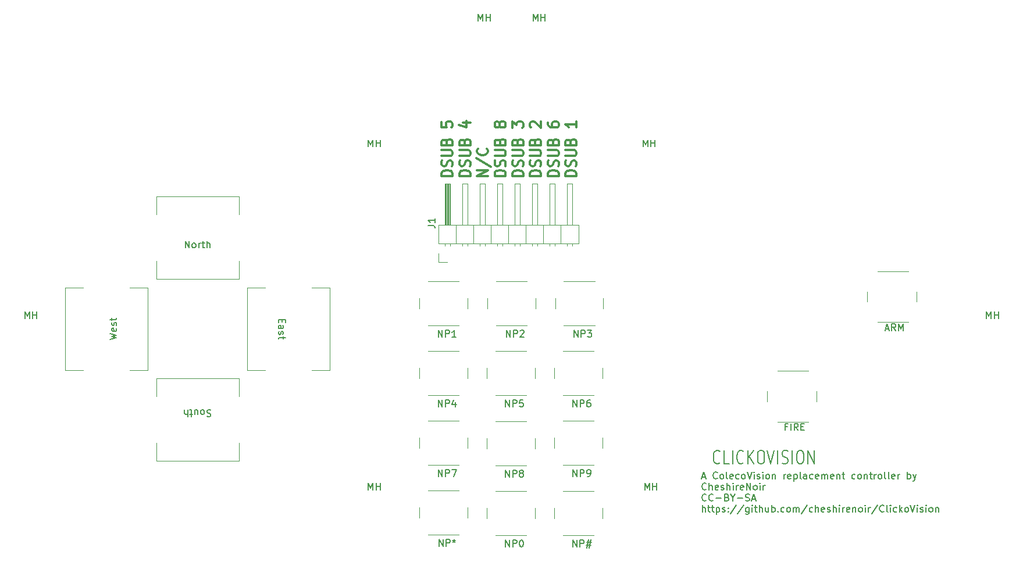
<source format=gbr>
%TF.GenerationSoftware,KiCad,Pcbnew,8.0.5*%
%TF.CreationDate,2024-09-28T10:39:20+08:00*%
%TF.ProjectId,ColecoVisionController,436f6c65-636f-4566-9973-696f6e436f6e,rev?*%
%TF.SameCoordinates,Original*%
%TF.FileFunction,Legend,Top*%
%TF.FilePolarity,Positive*%
%FSLAX46Y46*%
G04 Gerber Fmt 4.6, Leading zero omitted, Abs format (unit mm)*
G04 Created by KiCad (PCBNEW 8.0.5) date 2024-09-28 10:39:20*
%MOMM*%
%LPD*%
G01*
G04 APERTURE LIST*
%ADD10C,0.150000*%
%ADD11C,0.200000*%
%ADD12C,0.300000*%
%ADD13C,0.120000*%
%ADD14C,0.100000*%
G04 APERTURE END LIST*
D10*
X169707160Y-124040272D02*
X170183350Y-124040272D01*
X169611922Y-124325987D02*
X169945255Y-123325987D01*
X169945255Y-123325987D02*
X170278588Y-124325987D01*
X171945255Y-124230748D02*
X171897636Y-124278368D01*
X171897636Y-124278368D02*
X171754779Y-124325987D01*
X171754779Y-124325987D02*
X171659541Y-124325987D01*
X171659541Y-124325987D02*
X171516684Y-124278368D01*
X171516684Y-124278368D02*
X171421446Y-124183129D01*
X171421446Y-124183129D02*
X171373827Y-124087891D01*
X171373827Y-124087891D02*
X171326208Y-123897415D01*
X171326208Y-123897415D02*
X171326208Y-123754558D01*
X171326208Y-123754558D02*
X171373827Y-123564082D01*
X171373827Y-123564082D02*
X171421446Y-123468844D01*
X171421446Y-123468844D02*
X171516684Y-123373606D01*
X171516684Y-123373606D02*
X171659541Y-123325987D01*
X171659541Y-123325987D02*
X171754779Y-123325987D01*
X171754779Y-123325987D02*
X171897636Y-123373606D01*
X171897636Y-123373606D02*
X171945255Y-123421225D01*
X172516684Y-124325987D02*
X172421446Y-124278368D01*
X172421446Y-124278368D02*
X172373827Y-124230748D01*
X172373827Y-124230748D02*
X172326208Y-124135510D01*
X172326208Y-124135510D02*
X172326208Y-123849796D01*
X172326208Y-123849796D02*
X172373827Y-123754558D01*
X172373827Y-123754558D02*
X172421446Y-123706939D01*
X172421446Y-123706939D02*
X172516684Y-123659320D01*
X172516684Y-123659320D02*
X172659541Y-123659320D01*
X172659541Y-123659320D02*
X172754779Y-123706939D01*
X172754779Y-123706939D02*
X172802398Y-123754558D01*
X172802398Y-123754558D02*
X172850017Y-123849796D01*
X172850017Y-123849796D02*
X172850017Y-124135510D01*
X172850017Y-124135510D02*
X172802398Y-124230748D01*
X172802398Y-124230748D02*
X172754779Y-124278368D01*
X172754779Y-124278368D02*
X172659541Y-124325987D01*
X172659541Y-124325987D02*
X172516684Y-124325987D01*
X173421446Y-124325987D02*
X173326208Y-124278368D01*
X173326208Y-124278368D02*
X173278589Y-124183129D01*
X173278589Y-124183129D02*
X173278589Y-123325987D01*
X174183351Y-124278368D02*
X174088113Y-124325987D01*
X174088113Y-124325987D02*
X173897637Y-124325987D01*
X173897637Y-124325987D02*
X173802399Y-124278368D01*
X173802399Y-124278368D02*
X173754780Y-124183129D01*
X173754780Y-124183129D02*
X173754780Y-123802177D01*
X173754780Y-123802177D02*
X173802399Y-123706939D01*
X173802399Y-123706939D02*
X173897637Y-123659320D01*
X173897637Y-123659320D02*
X174088113Y-123659320D01*
X174088113Y-123659320D02*
X174183351Y-123706939D01*
X174183351Y-123706939D02*
X174230970Y-123802177D01*
X174230970Y-123802177D02*
X174230970Y-123897415D01*
X174230970Y-123897415D02*
X173754780Y-123992653D01*
X175088113Y-124278368D02*
X174992875Y-124325987D01*
X174992875Y-124325987D02*
X174802399Y-124325987D01*
X174802399Y-124325987D02*
X174707161Y-124278368D01*
X174707161Y-124278368D02*
X174659542Y-124230748D01*
X174659542Y-124230748D02*
X174611923Y-124135510D01*
X174611923Y-124135510D02*
X174611923Y-123849796D01*
X174611923Y-123849796D02*
X174659542Y-123754558D01*
X174659542Y-123754558D02*
X174707161Y-123706939D01*
X174707161Y-123706939D02*
X174802399Y-123659320D01*
X174802399Y-123659320D02*
X174992875Y-123659320D01*
X174992875Y-123659320D02*
X175088113Y-123706939D01*
X175659542Y-124325987D02*
X175564304Y-124278368D01*
X175564304Y-124278368D02*
X175516685Y-124230748D01*
X175516685Y-124230748D02*
X175469066Y-124135510D01*
X175469066Y-124135510D02*
X175469066Y-123849796D01*
X175469066Y-123849796D02*
X175516685Y-123754558D01*
X175516685Y-123754558D02*
X175564304Y-123706939D01*
X175564304Y-123706939D02*
X175659542Y-123659320D01*
X175659542Y-123659320D02*
X175802399Y-123659320D01*
X175802399Y-123659320D02*
X175897637Y-123706939D01*
X175897637Y-123706939D02*
X175945256Y-123754558D01*
X175945256Y-123754558D02*
X175992875Y-123849796D01*
X175992875Y-123849796D02*
X175992875Y-124135510D01*
X175992875Y-124135510D02*
X175945256Y-124230748D01*
X175945256Y-124230748D02*
X175897637Y-124278368D01*
X175897637Y-124278368D02*
X175802399Y-124325987D01*
X175802399Y-124325987D02*
X175659542Y-124325987D01*
X176278590Y-123325987D02*
X176611923Y-124325987D01*
X176611923Y-124325987D02*
X176945256Y-123325987D01*
X177278590Y-124325987D02*
X177278590Y-123659320D01*
X177278590Y-123325987D02*
X177230971Y-123373606D01*
X177230971Y-123373606D02*
X177278590Y-123421225D01*
X177278590Y-123421225D02*
X177326209Y-123373606D01*
X177326209Y-123373606D02*
X177278590Y-123325987D01*
X177278590Y-123325987D02*
X177278590Y-123421225D01*
X177707161Y-124278368D02*
X177802399Y-124325987D01*
X177802399Y-124325987D02*
X177992875Y-124325987D01*
X177992875Y-124325987D02*
X178088113Y-124278368D01*
X178088113Y-124278368D02*
X178135732Y-124183129D01*
X178135732Y-124183129D02*
X178135732Y-124135510D01*
X178135732Y-124135510D02*
X178088113Y-124040272D01*
X178088113Y-124040272D02*
X177992875Y-123992653D01*
X177992875Y-123992653D02*
X177850018Y-123992653D01*
X177850018Y-123992653D02*
X177754780Y-123945034D01*
X177754780Y-123945034D02*
X177707161Y-123849796D01*
X177707161Y-123849796D02*
X177707161Y-123802177D01*
X177707161Y-123802177D02*
X177754780Y-123706939D01*
X177754780Y-123706939D02*
X177850018Y-123659320D01*
X177850018Y-123659320D02*
X177992875Y-123659320D01*
X177992875Y-123659320D02*
X178088113Y-123706939D01*
X178564304Y-124325987D02*
X178564304Y-123659320D01*
X178564304Y-123325987D02*
X178516685Y-123373606D01*
X178516685Y-123373606D02*
X178564304Y-123421225D01*
X178564304Y-123421225D02*
X178611923Y-123373606D01*
X178611923Y-123373606D02*
X178564304Y-123325987D01*
X178564304Y-123325987D02*
X178564304Y-123421225D01*
X179183351Y-124325987D02*
X179088113Y-124278368D01*
X179088113Y-124278368D02*
X179040494Y-124230748D01*
X179040494Y-124230748D02*
X178992875Y-124135510D01*
X178992875Y-124135510D02*
X178992875Y-123849796D01*
X178992875Y-123849796D02*
X179040494Y-123754558D01*
X179040494Y-123754558D02*
X179088113Y-123706939D01*
X179088113Y-123706939D02*
X179183351Y-123659320D01*
X179183351Y-123659320D02*
X179326208Y-123659320D01*
X179326208Y-123659320D02*
X179421446Y-123706939D01*
X179421446Y-123706939D02*
X179469065Y-123754558D01*
X179469065Y-123754558D02*
X179516684Y-123849796D01*
X179516684Y-123849796D02*
X179516684Y-124135510D01*
X179516684Y-124135510D02*
X179469065Y-124230748D01*
X179469065Y-124230748D02*
X179421446Y-124278368D01*
X179421446Y-124278368D02*
X179326208Y-124325987D01*
X179326208Y-124325987D02*
X179183351Y-124325987D01*
X179945256Y-123659320D02*
X179945256Y-124325987D01*
X179945256Y-123754558D02*
X179992875Y-123706939D01*
X179992875Y-123706939D02*
X180088113Y-123659320D01*
X180088113Y-123659320D02*
X180230970Y-123659320D01*
X180230970Y-123659320D02*
X180326208Y-123706939D01*
X180326208Y-123706939D02*
X180373827Y-123802177D01*
X180373827Y-123802177D02*
X180373827Y-124325987D01*
X181611923Y-124325987D02*
X181611923Y-123659320D01*
X181611923Y-123849796D02*
X181659542Y-123754558D01*
X181659542Y-123754558D02*
X181707161Y-123706939D01*
X181707161Y-123706939D02*
X181802399Y-123659320D01*
X181802399Y-123659320D02*
X181897637Y-123659320D01*
X182611923Y-124278368D02*
X182516685Y-124325987D01*
X182516685Y-124325987D02*
X182326209Y-124325987D01*
X182326209Y-124325987D02*
X182230971Y-124278368D01*
X182230971Y-124278368D02*
X182183352Y-124183129D01*
X182183352Y-124183129D02*
X182183352Y-123802177D01*
X182183352Y-123802177D02*
X182230971Y-123706939D01*
X182230971Y-123706939D02*
X182326209Y-123659320D01*
X182326209Y-123659320D02*
X182516685Y-123659320D01*
X182516685Y-123659320D02*
X182611923Y-123706939D01*
X182611923Y-123706939D02*
X182659542Y-123802177D01*
X182659542Y-123802177D02*
X182659542Y-123897415D01*
X182659542Y-123897415D02*
X182183352Y-123992653D01*
X183088114Y-123659320D02*
X183088114Y-124659320D01*
X183088114Y-123706939D02*
X183183352Y-123659320D01*
X183183352Y-123659320D02*
X183373828Y-123659320D01*
X183373828Y-123659320D02*
X183469066Y-123706939D01*
X183469066Y-123706939D02*
X183516685Y-123754558D01*
X183516685Y-123754558D02*
X183564304Y-123849796D01*
X183564304Y-123849796D02*
X183564304Y-124135510D01*
X183564304Y-124135510D02*
X183516685Y-124230748D01*
X183516685Y-124230748D02*
X183469066Y-124278368D01*
X183469066Y-124278368D02*
X183373828Y-124325987D01*
X183373828Y-124325987D02*
X183183352Y-124325987D01*
X183183352Y-124325987D02*
X183088114Y-124278368D01*
X184135733Y-124325987D02*
X184040495Y-124278368D01*
X184040495Y-124278368D02*
X183992876Y-124183129D01*
X183992876Y-124183129D02*
X183992876Y-123325987D01*
X184945257Y-124325987D02*
X184945257Y-123802177D01*
X184945257Y-123802177D02*
X184897638Y-123706939D01*
X184897638Y-123706939D02*
X184802400Y-123659320D01*
X184802400Y-123659320D02*
X184611924Y-123659320D01*
X184611924Y-123659320D02*
X184516686Y-123706939D01*
X184945257Y-124278368D02*
X184850019Y-124325987D01*
X184850019Y-124325987D02*
X184611924Y-124325987D01*
X184611924Y-124325987D02*
X184516686Y-124278368D01*
X184516686Y-124278368D02*
X184469067Y-124183129D01*
X184469067Y-124183129D02*
X184469067Y-124087891D01*
X184469067Y-124087891D02*
X184516686Y-123992653D01*
X184516686Y-123992653D02*
X184611924Y-123945034D01*
X184611924Y-123945034D02*
X184850019Y-123945034D01*
X184850019Y-123945034D02*
X184945257Y-123897415D01*
X185850019Y-124278368D02*
X185754781Y-124325987D01*
X185754781Y-124325987D02*
X185564305Y-124325987D01*
X185564305Y-124325987D02*
X185469067Y-124278368D01*
X185469067Y-124278368D02*
X185421448Y-124230748D01*
X185421448Y-124230748D02*
X185373829Y-124135510D01*
X185373829Y-124135510D02*
X185373829Y-123849796D01*
X185373829Y-123849796D02*
X185421448Y-123754558D01*
X185421448Y-123754558D02*
X185469067Y-123706939D01*
X185469067Y-123706939D02*
X185564305Y-123659320D01*
X185564305Y-123659320D02*
X185754781Y-123659320D01*
X185754781Y-123659320D02*
X185850019Y-123706939D01*
X186659543Y-124278368D02*
X186564305Y-124325987D01*
X186564305Y-124325987D02*
X186373829Y-124325987D01*
X186373829Y-124325987D02*
X186278591Y-124278368D01*
X186278591Y-124278368D02*
X186230972Y-124183129D01*
X186230972Y-124183129D02*
X186230972Y-123802177D01*
X186230972Y-123802177D02*
X186278591Y-123706939D01*
X186278591Y-123706939D02*
X186373829Y-123659320D01*
X186373829Y-123659320D02*
X186564305Y-123659320D01*
X186564305Y-123659320D02*
X186659543Y-123706939D01*
X186659543Y-123706939D02*
X186707162Y-123802177D01*
X186707162Y-123802177D02*
X186707162Y-123897415D01*
X186707162Y-123897415D02*
X186230972Y-123992653D01*
X187135734Y-124325987D02*
X187135734Y-123659320D01*
X187135734Y-123754558D02*
X187183353Y-123706939D01*
X187183353Y-123706939D02*
X187278591Y-123659320D01*
X187278591Y-123659320D02*
X187421448Y-123659320D01*
X187421448Y-123659320D02*
X187516686Y-123706939D01*
X187516686Y-123706939D02*
X187564305Y-123802177D01*
X187564305Y-123802177D02*
X187564305Y-124325987D01*
X187564305Y-123802177D02*
X187611924Y-123706939D01*
X187611924Y-123706939D02*
X187707162Y-123659320D01*
X187707162Y-123659320D02*
X187850019Y-123659320D01*
X187850019Y-123659320D02*
X187945258Y-123706939D01*
X187945258Y-123706939D02*
X187992877Y-123802177D01*
X187992877Y-123802177D02*
X187992877Y-124325987D01*
X188850019Y-124278368D02*
X188754781Y-124325987D01*
X188754781Y-124325987D02*
X188564305Y-124325987D01*
X188564305Y-124325987D02*
X188469067Y-124278368D01*
X188469067Y-124278368D02*
X188421448Y-124183129D01*
X188421448Y-124183129D02*
X188421448Y-123802177D01*
X188421448Y-123802177D02*
X188469067Y-123706939D01*
X188469067Y-123706939D02*
X188564305Y-123659320D01*
X188564305Y-123659320D02*
X188754781Y-123659320D01*
X188754781Y-123659320D02*
X188850019Y-123706939D01*
X188850019Y-123706939D02*
X188897638Y-123802177D01*
X188897638Y-123802177D02*
X188897638Y-123897415D01*
X188897638Y-123897415D02*
X188421448Y-123992653D01*
X189326210Y-123659320D02*
X189326210Y-124325987D01*
X189326210Y-123754558D02*
X189373829Y-123706939D01*
X189373829Y-123706939D02*
X189469067Y-123659320D01*
X189469067Y-123659320D02*
X189611924Y-123659320D01*
X189611924Y-123659320D02*
X189707162Y-123706939D01*
X189707162Y-123706939D02*
X189754781Y-123802177D01*
X189754781Y-123802177D02*
X189754781Y-124325987D01*
X190088115Y-123659320D02*
X190469067Y-123659320D01*
X190230972Y-123325987D02*
X190230972Y-124183129D01*
X190230972Y-124183129D02*
X190278591Y-124278368D01*
X190278591Y-124278368D02*
X190373829Y-124325987D01*
X190373829Y-124325987D02*
X190469067Y-124325987D01*
X191992877Y-124278368D02*
X191897639Y-124325987D01*
X191897639Y-124325987D02*
X191707163Y-124325987D01*
X191707163Y-124325987D02*
X191611925Y-124278368D01*
X191611925Y-124278368D02*
X191564306Y-124230748D01*
X191564306Y-124230748D02*
X191516687Y-124135510D01*
X191516687Y-124135510D02*
X191516687Y-123849796D01*
X191516687Y-123849796D02*
X191564306Y-123754558D01*
X191564306Y-123754558D02*
X191611925Y-123706939D01*
X191611925Y-123706939D02*
X191707163Y-123659320D01*
X191707163Y-123659320D02*
X191897639Y-123659320D01*
X191897639Y-123659320D02*
X191992877Y-123706939D01*
X192564306Y-124325987D02*
X192469068Y-124278368D01*
X192469068Y-124278368D02*
X192421449Y-124230748D01*
X192421449Y-124230748D02*
X192373830Y-124135510D01*
X192373830Y-124135510D02*
X192373830Y-123849796D01*
X192373830Y-123849796D02*
X192421449Y-123754558D01*
X192421449Y-123754558D02*
X192469068Y-123706939D01*
X192469068Y-123706939D02*
X192564306Y-123659320D01*
X192564306Y-123659320D02*
X192707163Y-123659320D01*
X192707163Y-123659320D02*
X192802401Y-123706939D01*
X192802401Y-123706939D02*
X192850020Y-123754558D01*
X192850020Y-123754558D02*
X192897639Y-123849796D01*
X192897639Y-123849796D02*
X192897639Y-124135510D01*
X192897639Y-124135510D02*
X192850020Y-124230748D01*
X192850020Y-124230748D02*
X192802401Y-124278368D01*
X192802401Y-124278368D02*
X192707163Y-124325987D01*
X192707163Y-124325987D02*
X192564306Y-124325987D01*
X193326211Y-123659320D02*
X193326211Y-124325987D01*
X193326211Y-123754558D02*
X193373830Y-123706939D01*
X193373830Y-123706939D02*
X193469068Y-123659320D01*
X193469068Y-123659320D02*
X193611925Y-123659320D01*
X193611925Y-123659320D02*
X193707163Y-123706939D01*
X193707163Y-123706939D02*
X193754782Y-123802177D01*
X193754782Y-123802177D02*
X193754782Y-124325987D01*
X194088116Y-123659320D02*
X194469068Y-123659320D01*
X194230973Y-123325987D02*
X194230973Y-124183129D01*
X194230973Y-124183129D02*
X194278592Y-124278368D01*
X194278592Y-124278368D02*
X194373830Y-124325987D01*
X194373830Y-124325987D02*
X194469068Y-124325987D01*
X194802402Y-124325987D02*
X194802402Y-123659320D01*
X194802402Y-123849796D02*
X194850021Y-123754558D01*
X194850021Y-123754558D02*
X194897640Y-123706939D01*
X194897640Y-123706939D02*
X194992878Y-123659320D01*
X194992878Y-123659320D02*
X195088116Y-123659320D01*
X195564307Y-124325987D02*
X195469069Y-124278368D01*
X195469069Y-124278368D02*
X195421450Y-124230748D01*
X195421450Y-124230748D02*
X195373831Y-124135510D01*
X195373831Y-124135510D02*
X195373831Y-123849796D01*
X195373831Y-123849796D02*
X195421450Y-123754558D01*
X195421450Y-123754558D02*
X195469069Y-123706939D01*
X195469069Y-123706939D02*
X195564307Y-123659320D01*
X195564307Y-123659320D02*
X195707164Y-123659320D01*
X195707164Y-123659320D02*
X195802402Y-123706939D01*
X195802402Y-123706939D02*
X195850021Y-123754558D01*
X195850021Y-123754558D02*
X195897640Y-123849796D01*
X195897640Y-123849796D02*
X195897640Y-124135510D01*
X195897640Y-124135510D02*
X195850021Y-124230748D01*
X195850021Y-124230748D02*
X195802402Y-124278368D01*
X195802402Y-124278368D02*
X195707164Y-124325987D01*
X195707164Y-124325987D02*
X195564307Y-124325987D01*
X196469069Y-124325987D02*
X196373831Y-124278368D01*
X196373831Y-124278368D02*
X196326212Y-124183129D01*
X196326212Y-124183129D02*
X196326212Y-123325987D01*
X196992879Y-124325987D02*
X196897641Y-124278368D01*
X196897641Y-124278368D02*
X196850022Y-124183129D01*
X196850022Y-124183129D02*
X196850022Y-123325987D01*
X197754784Y-124278368D02*
X197659546Y-124325987D01*
X197659546Y-124325987D02*
X197469070Y-124325987D01*
X197469070Y-124325987D02*
X197373832Y-124278368D01*
X197373832Y-124278368D02*
X197326213Y-124183129D01*
X197326213Y-124183129D02*
X197326213Y-123802177D01*
X197326213Y-123802177D02*
X197373832Y-123706939D01*
X197373832Y-123706939D02*
X197469070Y-123659320D01*
X197469070Y-123659320D02*
X197659546Y-123659320D01*
X197659546Y-123659320D02*
X197754784Y-123706939D01*
X197754784Y-123706939D02*
X197802403Y-123802177D01*
X197802403Y-123802177D02*
X197802403Y-123897415D01*
X197802403Y-123897415D02*
X197326213Y-123992653D01*
X198230975Y-124325987D02*
X198230975Y-123659320D01*
X198230975Y-123849796D02*
X198278594Y-123754558D01*
X198278594Y-123754558D02*
X198326213Y-123706939D01*
X198326213Y-123706939D02*
X198421451Y-123659320D01*
X198421451Y-123659320D02*
X198516689Y-123659320D01*
X199611928Y-124325987D02*
X199611928Y-123325987D01*
X199611928Y-123706939D02*
X199707166Y-123659320D01*
X199707166Y-123659320D02*
X199897642Y-123659320D01*
X199897642Y-123659320D02*
X199992880Y-123706939D01*
X199992880Y-123706939D02*
X200040499Y-123754558D01*
X200040499Y-123754558D02*
X200088118Y-123849796D01*
X200088118Y-123849796D02*
X200088118Y-124135510D01*
X200088118Y-124135510D02*
X200040499Y-124230748D01*
X200040499Y-124230748D02*
X199992880Y-124278368D01*
X199992880Y-124278368D02*
X199897642Y-124325987D01*
X199897642Y-124325987D02*
X199707166Y-124325987D01*
X199707166Y-124325987D02*
X199611928Y-124278368D01*
X200421452Y-123659320D02*
X200659547Y-124325987D01*
X200897642Y-123659320D02*
X200659547Y-124325987D01*
X200659547Y-124325987D02*
X200564309Y-124564082D01*
X200564309Y-124564082D02*
X200516690Y-124611701D01*
X200516690Y-124611701D02*
X200421452Y-124659320D01*
X170326207Y-125840692D02*
X170278588Y-125888312D01*
X170278588Y-125888312D02*
X170135731Y-125935931D01*
X170135731Y-125935931D02*
X170040493Y-125935931D01*
X170040493Y-125935931D02*
X169897636Y-125888312D01*
X169897636Y-125888312D02*
X169802398Y-125793073D01*
X169802398Y-125793073D02*
X169754779Y-125697835D01*
X169754779Y-125697835D02*
X169707160Y-125507359D01*
X169707160Y-125507359D02*
X169707160Y-125364502D01*
X169707160Y-125364502D02*
X169754779Y-125174026D01*
X169754779Y-125174026D02*
X169802398Y-125078788D01*
X169802398Y-125078788D02*
X169897636Y-124983550D01*
X169897636Y-124983550D02*
X170040493Y-124935931D01*
X170040493Y-124935931D02*
X170135731Y-124935931D01*
X170135731Y-124935931D02*
X170278588Y-124983550D01*
X170278588Y-124983550D02*
X170326207Y-125031169D01*
X170754779Y-125935931D02*
X170754779Y-124935931D01*
X171183350Y-125935931D02*
X171183350Y-125412121D01*
X171183350Y-125412121D02*
X171135731Y-125316883D01*
X171135731Y-125316883D02*
X171040493Y-125269264D01*
X171040493Y-125269264D02*
X170897636Y-125269264D01*
X170897636Y-125269264D02*
X170802398Y-125316883D01*
X170802398Y-125316883D02*
X170754779Y-125364502D01*
X172040493Y-125888312D02*
X171945255Y-125935931D01*
X171945255Y-125935931D02*
X171754779Y-125935931D01*
X171754779Y-125935931D02*
X171659541Y-125888312D01*
X171659541Y-125888312D02*
X171611922Y-125793073D01*
X171611922Y-125793073D02*
X171611922Y-125412121D01*
X171611922Y-125412121D02*
X171659541Y-125316883D01*
X171659541Y-125316883D02*
X171754779Y-125269264D01*
X171754779Y-125269264D02*
X171945255Y-125269264D01*
X171945255Y-125269264D02*
X172040493Y-125316883D01*
X172040493Y-125316883D02*
X172088112Y-125412121D01*
X172088112Y-125412121D02*
X172088112Y-125507359D01*
X172088112Y-125507359D02*
X171611922Y-125602597D01*
X172469065Y-125888312D02*
X172564303Y-125935931D01*
X172564303Y-125935931D02*
X172754779Y-125935931D01*
X172754779Y-125935931D02*
X172850017Y-125888312D01*
X172850017Y-125888312D02*
X172897636Y-125793073D01*
X172897636Y-125793073D02*
X172897636Y-125745454D01*
X172897636Y-125745454D02*
X172850017Y-125650216D01*
X172850017Y-125650216D02*
X172754779Y-125602597D01*
X172754779Y-125602597D02*
X172611922Y-125602597D01*
X172611922Y-125602597D02*
X172516684Y-125554978D01*
X172516684Y-125554978D02*
X172469065Y-125459740D01*
X172469065Y-125459740D02*
X172469065Y-125412121D01*
X172469065Y-125412121D02*
X172516684Y-125316883D01*
X172516684Y-125316883D02*
X172611922Y-125269264D01*
X172611922Y-125269264D02*
X172754779Y-125269264D01*
X172754779Y-125269264D02*
X172850017Y-125316883D01*
X173326208Y-125935931D02*
X173326208Y-124935931D01*
X173754779Y-125935931D02*
X173754779Y-125412121D01*
X173754779Y-125412121D02*
X173707160Y-125316883D01*
X173707160Y-125316883D02*
X173611922Y-125269264D01*
X173611922Y-125269264D02*
X173469065Y-125269264D01*
X173469065Y-125269264D02*
X173373827Y-125316883D01*
X173373827Y-125316883D02*
X173326208Y-125364502D01*
X174230970Y-125935931D02*
X174230970Y-125269264D01*
X174230970Y-124935931D02*
X174183351Y-124983550D01*
X174183351Y-124983550D02*
X174230970Y-125031169D01*
X174230970Y-125031169D02*
X174278589Y-124983550D01*
X174278589Y-124983550D02*
X174230970Y-124935931D01*
X174230970Y-124935931D02*
X174230970Y-125031169D01*
X174707160Y-125935931D02*
X174707160Y-125269264D01*
X174707160Y-125459740D02*
X174754779Y-125364502D01*
X174754779Y-125364502D02*
X174802398Y-125316883D01*
X174802398Y-125316883D02*
X174897636Y-125269264D01*
X174897636Y-125269264D02*
X174992874Y-125269264D01*
X175707160Y-125888312D02*
X175611922Y-125935931D01*
X175611922Y-125935931D02*
X175421446Y-125935931D01*
X175421446Y-125935931D02*
X175326208Y-125888312D01*
X175326208Y-125888312D02*
X175278589Y-125793073D01*
X175278589Y-125793073D02*
X175278589Y-125412121D01*
X175278589Y-125412121D02*
X175326208Y-125316883D01*
X175326208Y-125316883D02*
X175421446Y-125269264D01*
X175421446Y-125269264D02*
X175611922Y-125269264D01*
X175611922Y-125269264D02*
X175707160Y-125316883D01*
X175707160Y-125316883D02*
X175754779Y-125412121D01*
X175754779Y-125412121D02*
X175754779Y-125507359D01*
X175754779Y-125507359D02*
X175278589Y-125602597D01*
X176183351Y-125935931D02*
X176183351Y-124935931D01*
X176183351Y-124935931D02*
X176754779Y-125935931D01*
X176754779Y-125935931D02*
X176754779Y-124935931D01*
X177373827Y-125935931D02*
X177278589Y-125888312D01*
X177278589Y-125888312D02*
X177230970Y-125840692D01*
X177230970Y-125840692D02*
X177183351Y-125745454D01*
X177183351Y-125745454D02*
X177183351Y-125459740D01*
X177183351Y-125459740D02*
X177230970Y-125364502D01*
X177230970Y-125364502D02*
X177278589Y-125316883D01*
X177278589Y-125316883D02*
X177373827Y-125269264D01*
X177373827Y-125269264D02*
X177516684Y-125269264D01*
X177516684Y-125269264D02*
X177611922Y-125316883D01*
X177611922Y-125316883D02*
X177659541Y-125364502D01*
X177659541Y-125364502D02*
X177707160Y-125459740D01*
X177707160Y-125459740D02*
X177707160Y-125745454D01*
X177707160Y-125745454D02*
X177659541Y-125840692D01*
X177659541Y-125840692D02*
X177611922Y-125888312D01*
X177611922Y-125888312D02*
X177516684Y-125935931D01*
X177516684Y-125935931D02*
X177373827Y-125935931D01*
X178135732Y-125935931D02*
X178135732Y-125269264D01*
X178135732Y-124935931D02*
X178088113Y-124983550D01*
X178088113Y-124983550D02*
X178135732Y-125031169D01*
X178135732Y-125031169D02*
X178183351Y-124983550D01*
X178183351Y-124983550D02*
X178135732Y-124935931D01*
X178135732Y-124935931D02*
X178135732Y-125031169D01*
X178611922Y-125935931D02*
X178611922Y-125269264D01*
X178611922Y-125459740D02*
X178659541Y-125364502D01*
X178659541Y-125364502D02*
X178707160Y-125316883D01*
X178707160Y-125316883D02*
X178802398Y-125269264D01*
X178802398Y-125269264D02*
X178897636Y-125269264D01*
X170326207Y-127450636D02*
X170278588Y-127498256D01*
X170278588Y-127498256D02*
X170135731Y-127545875D01*
X170135731Y-127545875D02*
X170040493Y-127545875D01*
X170040493Y-127545875D02*
X169897636Y-127498256D01*
X169897636Y-127498256D02*
X169802398Y-127403017D01*
X169802398Y-127403017D02*
X169754779Y-127307779D01*
X169754779Y-127307779D02*
X169707160Y-127117303D01*
X169707160Y-127117303D02*
X169707160Y-126974446D01*
X169707160Y-126974446D02*
X169754779Y-126783970D01*
X169754779Y-126783970D02*
X169802398Y-126688732D01*
X169802398Y-126688732D02*
X169897636Y-126593494D01*
X169897636Y-126593494D02*
X170040493Y-126545875D01*
X170040493Y-126545875D02*
X170135731Y-126545875D01*
X170135731Y-126545875D02*
X170278588Y-126593494D01*
X170278588Y-126593494D02*
X170326207Y-126641113D01*
X171326207Y-127450636D02*
X171278588Y-127498256D01*
X171278588Y-127498256D02*
X171135731Y-127545875D01*
X171135731Y-127545875D02*
X171040493Y-127545875D01*
X171040493Y-127545875D02*
X170897636Y-127498256D01*
X170897636Y-127498256D02*
X170802398Y-127403017D01*
X170802398Y-127403017D02*
X170754779Y-127307779D01*
X170754779Y-127307779D02*
X170707160Y-127117303D01*
X170707160Y-127117303D02*
X170707160Y-126974446D01*
X170707160Y-126974446D02*
X170754779Y-126783970D01*
X170754779Y-126783970D02*
X170802398Y-126688732D01*
X170802398Y-126688732D02*
X170897636Y-126593494D01*
X170897636Y-126593494D02*
X171040493Y-126545875D01*
X171040493Y-126545875D02*
X171135731Y-126545875D01*
X171135731Y-126545875D02*
X171278588Y-126593494D01*
X171278588Y-126593494D02*
X171326207Y-126641113D01*
X171754779Y-127164922D02*
X172516684Y-127164922D01*
X173326207Y-127022065D02*
X173469064Y-127069684D01*
X173469064Y-127069684D02*
X173516683Y-127117303D01*
X173516683Y-127117303D02*
X173564302Y-127212541D01*
X173564302Y-127212541D02*
X173564302Y-127355398D01*
X173564302Y-127355398D02*
X173516683Y-127450636D01*
X173516683Y-127450636D02*
X173469064Y-127498256D01*
X173469064Y-127498256D02*
X173373826Y-127545875D01*
X173373826Y-127545875D02*
X172992874Y-127545875D01*
X172992874Y-127545875D02*
X172992874Y-126545875D01*
X172992874Y-126545875D02*
X173326207Y-126545875D01*
X173326207Y-126545875D02*
X173421445Y-126593494D01*
X173421445Y-126593494D02*
X173469064Y-126641113D01*
X173469064Y-126641113D02*
X173516683Y-126736351D01*
X173516683Y-126736351D02*
X173516683Y-126831589D01*
X173516683Y-126831589D02*
X173469064Y-126926827D01*
X173469064Y-126926827D02*
X173421445Y-126974446D01*
X173421445Y-126974446D02*
X173326207Y-127022065D01*
X173326207Y-127022065D02*
X172992874Y-127022065D01*
X174183350Y-127069684D02*
X174183350Y-127545875D01*
X173850017Y-126545875D02*
X174183350Y-127069684D01*
X174183350Y-127069684D02*
X174516683Y-126545875D01*
X174850017Y-127164922D02*
X175611922Y-127164922D01*
X176040493Y-127498256D02*
X176183350Y-127545875D01*
X176183350Y-127545875D02*
X176421445Y-127545875D01*
X176421445Y-127545875D02*
X176516683Y-127498256D01*
X176516683Y-127498256D02*
X176564302Y-127450636D01*
X176564302Y-127450636D02*
X176611921Y-127355398D01*
X176611921Y-127355398D02*
X176611921Y-127260160D01*
X176611921Y-127260160D02*
X176564302Y-127164922D01*
X176564302Y-127164922D02*
X176516683Y-127117303D01*
X176516683Y-127117303D02*
X176421445Y-127069684D01*
X176421445Y-127069684D02*
X176230969Y-127022065D01*
X176230969Y-127022065D02*
X176135731Y-126974446D01*
X176135731Y-126974446D02*
X176088112Y-126926827D01*
X176088112Y-126926827D02*
X176040493Y-126831589D01*
X176040493Y-126831589D02*
X176040493Y-126736351D01*
X176040493Y-126736351D02*
X176088112Y-126641113D01*
X176088112Y-126641113D02*
X176135731Y-126593494D01*
X176135731Y-126593494D02*
X176230969Y-126545875D01*
X176230969Y-126545875D02*
X176469064Y-126545875D01*
X176469064Y-126545875D02*
X176611921Y-126593494D01*
X176992874Y-127260160D02*
X177469064Y-127260160D01*
X176897636Y-127545875D02*
X177230969Y-126545875D01*
X177230969Y-126545875D02*
X177564302Y-127545875D01*
X169754779Y-129155819D02*
X169754779Y-128155819D01*
X170183350Y-129155819D02*
X170183350Y-128632009D01*
X170183350Y-128632009D02*
X170135731Y-128536771D01*
X170135731Y-128536771D02*
X170040493Y-128489152D01*
X170040493Y-128489152D02*
X169897636Y-128489152D01*
X169897636Y-128489152D02*
X169802398Y-128536771D01*
X169802398Y-128536771D02*
X169754779Y-128584390D01*
X170516684Y-128489152D02*
X170897636Y-128489152D01*
X170659541Y-128155819D02*
X170659541Y-129012961D01*
X170659541Y-129012961D02*
X170707160Y-129108200D01*
X170707160Y-129108200D02*
X170802398Y-129155819D01*
X170802398Y-129155819D02*
X170897636Y-129155819D01*
X171088113Y-128489152D02*
X171469065Y-128489152D01*
X171230970Y-128155819D02*
X171230970Y-129012961D01*
X171230970Y-129012961D02*
X171278589Y-129108200D01*
X171278589Y-129108200D02*
X171373827Y-129155819D01*
X171373827Y-129155819D02*
X171469065Y-129155819D01*
X171802399Y-128489152D02*
X171802399Y-129489152D01*
X171802399Y-128536771D02*
X171897637Y-128489152D01*
X171897637Y-128489152D02*
X172088113Y-128489152D01*
X172088113Y-128489152D02*
X172183351Y-128536771D01*
X172183351Y-128536771D02*
X172230970Y-128584390D01*
X172230970Y-128584390D02*
X172278589Y-128679628D01*
X172278589Y-128679628D02*
X172278589Y-128965342D01*
X172278589Y-128965342D02*
X172230970Y-129060580D01*
X172230970Y-129060580D02*
X172183351Y-129108200D01*
X172183351Y-129108200D02*
X172088113Y-129155819D01*
X172088113Y-129155819D02*
X171897637Y-129155819D01*
X171897637Y-129155819D02*
X171802399Y-129108200D01*
X172659542Y-129108200D02*
X172754780Y-129155819D01*
X172754780Y-129155819D02*
X172945256Y-129155819D01*
X172945256Y-129155819D02*
X173040494Y-129108200D01*
X173040494Y-129108200D02*
X173088113Y-129012961D01*
X173088113Y-129012961D02*
X173088113Y-128965342D01*
X173088113Y-128965342D02*
X173040494Y-128870104D01*
X173040494Y-128870104D02*
X172945256Y-128822485D01*
X172945256Y-128822485D02*
X172802399Y-128822485D01*
X172802399Y-128822485D02*
X172707161Y-128774866D01*
X172707161Y-128774866D02*
X172659542Y-128679628D01*
X172659542Y-128679628D02*
X172659542Y-128632009D01*
X172659542Y-128632009D02*
X172707161Y-128536771D01*
X172707161Y-128536771D02*
X172802399Y-128489152D01*
X172802399Y-128489152D02*
X172945256Y-128489152D01*
X172945256Y-128489152D02*
X173040494Y-128536771D01*
X173516685Y-129060580D02*
X173564304Y-129108200D01*
X173564304Y-129108200D02*
X173516685Y-129155819D01*
X173516685Y-129155819D02*
X173469066Y-129108200D01*
X173469066Y-129108200D02*
X173516685Y-129060580D01*
X173516685Y-129060580D02*
X173516685Y-129155819D01*
X173516685Y-128536771D02*
X173564304Y-128584390D01*
X173564304Y-128584390D02*
X173516685Y-128632009D01*
X173516685Y-128632009D02*
X173469066Y-128584390D01*
X173469066Y-128584390D02*
X173516685Y-128536771D01*
X173516685Y-128536771D02*
X173516685Y-128632009D01*
X174707160Y-128108200D02*
X173850018Y-129393914D01*
X175754779Y-128108200D02*
X174897637Y-129393914D01*
X176516684Y-128489152D02*
X176516684Y-129298676D01*
X176516684Y-129298676D02*
X176469065Y-129393914D01*
X176469065Y-129393914D02*
X176421446Y-129441533D01*
X176421446Y-129441533D02*
X176326208Y-129489152D01*
X176326208Y-129489152D02*
X176183351Y-129489152D01*
X176183351Y-129489152D02*
X176088113Y-129441533D01*
X176516684Y-129108200D02*
X176421446Y-129155819D01*
X176421446Y-129155819D02*
X176230970Y-129155819D01*
X176230970Y-129155819D02*
X176135732Y-129108200D01*
X176135732Y-129108200D02*
X176088113Y-129060580D01*
X176088113Y-129060580D02*
X176040494Y-128965342D01*
X176040494Y-128965342D02*
X176040494Y-128679628D01*
X176040494Y-128679628D02*
X176088113Y-128584390D01*
X176088113Y-128584390D02*
X176135732Y-128536771D01*
X176135732Y-128536771D02*
X176230970Y-128489152D01*
X176230970Y-128489152D02*
X176421446Y-128489152D01*
X176421446Y-128489152D02*
X176516684Y-128536771D01*
X176992875Y-129155819D02*
X176992875Y-128489152D01*
X176992875Y-128155819D02*
X176945256Y-128203438D01*
X176945256Y-128203438D02*
X176992875Y-128251057D01*
X176992875Y-128251057D02*
X177040494Y-128203438D01*
X177040494Y-128203438D02*
X176992875Y-128155819D01*
X176992875Y-128155819D02*
X176992875Y-128251057D01*
X177326208Y-128489152D02*
X177707160Y-128489152D01*
X177469065Y-128155819D02*
X177469065Y-129012961D01*
X177469065Y-129012961D02*
X177516684Y-129108200D01*
X177516684Y-129108200D02*
X177611922Y-129155819D01*
X177611922Y-129155819D02*
X177707160Y-129155819D01*
X178040494Y-129155819D02*
X178040494Y-128155819D01*
X178469065Y-129155819D02*
X178469065Y-128632009D01*
X178469065Y-128632009D02*
X178421446Y-128536771D01*
X178421446Y-128536771D02*
X178326208Y-128489152D01*
X178326208Y-128489152D02*
X178183351Y-128489152D01*
X178183351Y-128489152D02*
X178088113Y-128536771D01*
X178088113Y-128536771D02*
X178040494Y-128584390D01*
X179373827Y-128489152D02*
X179373827Y-129155819D01*
X178945256Y-128489152D02*
X178945256Y-129012961D01*
X178945256Y-129012961D02*
X178992875Y-129108200D01*
X178992875Y-129108200D02*
X179088113Y-129155819D01*
X179088113Y-129155819D02*
X179230970Y-129155819D01*
X179230970Y-129155819D02*
X179326208Y-129108200D01*
X179326208Y-129108200D02*
X179373827Y-129060580D01*
X179850018Y-129155819D02*
X179850018Y-128155819D01*
X179850018Y-128536771D02*
X179945256Y-128489152D01*
X179945256Y-128489152D02*
X180135732Y-128489152D01*
X180135732Y-128489152D02*
X180230970Y-128536771D01*
X180230970Y-128536771D02*
X180278589Y-128584390D01*
X180278589Y-128584390D02*
X180326208Y-128679628D01*
X180326208Y-128679628D02*
X180326208Y-128965342D01*
X180326208Y-128965342D02*
X180278589Y-129060580D01*
X180278589Y-129060580D02*
X180230970Y-129108200D01*
X180230970Y-129108200D02*
X180135732Y-129155819D01*
X180135732Y-129155819D02*
X179945256Y-129155819D01*
X179945256Y-129155819D02*
X179850018Y-129108200D01*
X180754780Y-129060580D02*
X180802399Y-129108200D01*
X180802399Y-129108200D02*
X180754780Y-129155819D01*
X180754780Y-129155819D02*
X180707161Y-129108200D01*
X180707161Y-129108200D02*
X180754780Y-129060580D01*
X180754780Y-129060580D02*
X180754780Y-129155819D01*
X181659541Y-129108200D02*
X181564303Y-129155819D01*
X181564303Y-129155819D02*
X181373827Y-129155819D01*
X181373827Y-129155819D02*
X181278589Y-129108200D01*
X181278589Y-129108200D02*
X181230970Y-129060580D01*
X181230970Y-129060580D02*
X181183351Y-128965342D01*
X181183351Y-128965342D02*
X181183351Y-128679628D01*
X181183351Y-128679628D02*
X181230970Y-128584390D01*
X181230970Y-128584390D02*
X181278589Y-128536771D01*
X181278589Y-128536771D02*
X181373827Y-128489152D01*
X181373827Y-128489152D02*
X181564303Y-128489152D01*
X181564303Y-128489152D02*
X181659541Y-128536771D01*
X182230970Y-129155819D02*
X182135732Y-129108200D01*
X182135732Y-129108200D02*
X182088113Y-129060580D01*
X182088113Y-129060580D02*
X182040494Y-128965342D01*
X182040494Y-128965342D02*
X182040494Y-128679628D01*
X182040494Y-128679628D02*
X182088113Y-128584390D01*
X182088113Y-128584390D02*
X182135732Y-128536771D01*
X182135732Y-128536771D02*
X182230970Y-128489152D01*
X182230970Y-128489152D02*
X182373827Y-128489152D01*
X182373827Y-128489152D02*
X182469065Y-128536771D01*
X182469065Y-128536771D02*
X182516684Y-128584390D01*
X182516684Y-128584390D02*
X182564303Y-128679628D01*
X182564303Y-128679628D02*
X182564303Y-128965342D01*
X182564303Y-128965342D02*
X182516684Y-129060580D01*
X182516684Y-129060580D02*
X182469065Y-129108200D01*
X182469065Y-129108200D02*
X182373827Y-129155819D01*
X182373827Y-129155819D02*
X182230970Y-129155819D01*
X182992875Y-129155819D02*
X182992875Y-128489152D01*
X182992875Y-128584390D02*
X183040494Y-128536771D01*
X183040494Y-128536771D02*
X183135732Y-128489152D01*
X183135732Y-128489152D02*
X183278589Y-128489152D01*
X183278589Y-128489152D02*
X183373827Y-128536771D01*
X183373827Y-128536771D02*
X183421446Y-128632009D01*
X183421446Y-128632009D02*
X183421446Y-129155819D01*
X183421446Y-128632009D02*
X183469065Y-128536771D01*
X183469065Y-128536771D02*
X183564303Y-128489152D01*
X183564303Y-128489152D02*
X183707160Y-128489152D01*
X183707160Y-128489152D02*
X183802399Y-128536771D01*
X183802399Y-128536771D02*
X183850018Y-128632009D01*
X183850018Y-128632009D02*
X183850018Y-129155819D01*
X185040493Y-128108200D02*
X184183351Y-129393914D01*
X185802398Y-129108200D02*
X185707160Y-129155819D01*
X185707160Y-129155819D02*
X185516684Y-129155819D01*
X185516684Y-129155819D02*
X185421446Y-129108200D01*
X185421446Y-129108200D02*
X185373827Y-129060580D01*
X185373827Y-129060580D02*
X185326208Y-128965342D01*
X185326208Y-128965342D02*
X185326208Y-128679628D01*
X185326208Y-128679628D02*
X185373827Y-128584390D01*
X185373827Y-128584390D02*
X185421446Y-128536771D01*
X185421446Y-128536771D02*
X185516684Y-128489152D01*
X185516684Y-128489152D02*
X185707160Y-128489152D01*
X185707160Y-128489152D02*
X185802398Y-128536771D01*
X186230970Y-129155819D02*
X186230970Y-128155819D01*
X186659541Y-129155819D02*
X186659541Y-128632009D01*
X186659541Y-128632009D02*
X186611922Y-128536771D01*
X186611922Y-128536771D02*
X186516684Y-128489152D01*
X186516684Y-128489152D02*
X186373827Y-128489152D01*
X186373827Y-128489152D02*
X186278589Y-128536771D01*
X186278589Y-128536771D02*
X186230970Y-128584390D01*
X187516684Y-129108200D02*
X187421446Y-129155819D01*
X187421446Y-129155819D02*
X187230970Y-129155819D01*
X187230970Y-129155819D02*
X187135732Y-129108200D01*
X187135732Y-129108200D02*
X187088113Y-129012961D01*
X187088113Y-129012961D02*
X187088113Y-128632009D01*
X187088113Y-128632009D02*
X187135732Y-128536771D01*
X187135732Y-128536771D02*
X187230970Y-128489152D01*
X187230970Y-128489152D02*
X187421446Y-128489152D01*
X187421446Y-128489152D02*
X187516684Y-128536771D01*
X187516684Y-128536771D02*
X187564303Y-128632009D01*
X187564303Y-128632009D02*
X187564303Y-128727247D01*
X187564303Y-128727247D02*
X187088113Y-128822485D01*
X187945256Y-129108200D02*
X188040494Y-129155819D01*
X188040494Y-129155819D02*
X188230970Y-129155819D01*
X188230970Y-129155819D02*
X188326208Y-129108200D01*
X188326208Y-129108200D02*
X188373827Y-129012961D01*
X188373827Y-129012961D02*
X188373827Y-128965342D01*
X188373827Y-128965342D02*
X188326208Y-128870104D01*
X188326208Y-128870104D02*
X188230970Y-128822485D01*
X188230970Y-128822485D02*
X188088113Y-128822485D01*
X188088113Y-128822485D02*
X187992875Y-128774866D01*
X187992875Y-128774866D02*
X187945256Y-128679628D01*
X187945256Y-128679628D02*
X187945256Y-128632009D01*
X187945256Y-128632009D02*
X187992875Y-128536771D01*
X187992875Y-128536771D02*
X188088113Y-128489152D01*
X188088113Y-128489152D02*
X188230970Y-128489152D01*
X188230970Y-128489152D02*
X188326208Y-128536771D01*
X188802399Y-129155819D02*
X188802399Y-128155819D01*
X189230970Y-129155819D02*
X189230970Y-128632009D01*
X189230970Y-128632009D02*
X189183351Y-128536771D01*
X189183351Y-128536771D02*
X189088113Y-128489152D01*
X189088113Y-128489152D02*
X188945256Y-128489152D01*
X188945256Y-128489152D02*
X188850018Y-128536771D01*
X188850018Y-128536771D02*
X188802399Y-128584390D01*
X189707161Y-129155819D02*
X189707161Y-128489152D01*
X189707161Y-128155819D02*
X189659542Y-128203438D01*
X189659542Y-128203438D02*
X189707161Y-128251057D01*
X189707161Y-128251057D02*
X189754780Y-128203438D01*
X189754780Y-128203438D02*
X189707161Y-128155819D01*
X189707161Y-128155819D02*
X189707161Y-128251057D01*
X190183351Y-129155819D02*
X190183351Y-128489152D01*
X190183351Y-128679628D02*
X190230970Y-128584390D01*
X190230970Y-128584390D02*
X190278589Y-128536771D01*
X190278589Y-128536771D02*
X190373827Y-128489152D01*
X190373827Y-128489152D02*
X190469065Y-128489152D01*
X191183351Y-129108200D02*
X191088113Y-129155819D01*
X191088113Y-129155819D02*
X190897637Y-129155819D01*
X190897637Y-129155819D02*
X190802399Y-129108200D01*
X190802399Y-129108200D02*
X190754780Y-129012961D01*
X190754780Y-129012961D02*
X190754780Y-128632009D01*
X190754780Y-128632009D02*
X190802399Y-128536771D01*
X190802399Y-128536771D02*
X190897637Y-128489152D01*
X190897637Y-128489152D02*
X191088113Y-128489152D01*
X191088113Y-128489152D02*
X191183351Y-128536771D01*
X191183351Y-128536771D02*
X191230970Y-128632009D01*
X191230970Y-128632009D02*
X191230970Y-128727247D01*
X191230970Y-128727247D02*
X190754780Y-128822485D01*
X191659542Y-128489152D02*
X191659542Y-129155819D01*
X191659542Y-128584390D02*
X191707161Y-128536771D01*
X191707161Y-128536771D02*
X191802399Y-128489152D01*
X191802399Y-128489152D02*
X191945256Y-128489152D01*
X191945256Y-128489152D02*
X192040494Y-128536771D01*
X192040494Y-128536771D02*
X192088113Y-128632009D01*
X192088113Y-128632009D02*
X192088113Y-129155819D01*
X192707161Y-129155819D02*
X192611923Y-129108200D01*
X192611923Y-129108200D02*
X192564304Y-129060580D01*
X192564304Y-129060580D02*
X192516685Y-128965342D01*
X192516685Y-128965342D02*
X192516685Y-128679628D01*
X192516685Y-128679628D02*
X192564304Y-128584390D01*
X192564304Y-128584390D02*
X192611923Y-128536771D01*
X192611923Y-128536771D02*
X192707161Y-128489152D01*
X192707161Y-128489152D02*
X192850018Y-128489152D01*
X192850018Y-128489152D02*
X192945256Y-128536771D01*
X192945256Y-128536771D02*
X192992875Y-128584390D01*
X192992875Y-128584390D02*
X193040494Y-128679628D01*
X193040494Y-128679628D02*
X193040494Y-128965342D01*
X193040494Y-128965342D02*
X192992875Y-129060580D01*
X192992875Y-129060580D02*
X192945256Y-129108200D01*
X192945256Y-129108200D02*
X192850018Y-129155819D01*
X192850018Y-129155819D02*
X192707161Y-129155819D01*
X193469066Y-129155819D02*
X193469066Y-128489152D01*
X193469066Y-128155819D02*
X193421447Y-128203438D01*
X193421447Y-128203438D02*
X193469066Y-128251057D01*
X193469066Y-128251057D02*
X193516685Y-128203438D01*
X193516685Y-128203438D02*
X193469066Y-128155819D01*
X193469066Y-128155819D02*
X193469066Y-128251057D01*
X193945256Y-129155819D02*
X193945256Y-128489152D01*
X193945256Y-128679628D02*
X193992875Y-128584390D01*
X193992875Y-128584390D02*
X194040494Y-128536771D01*
X194040494Y-128536771D02*
X194135732Y-128489152D01*
X194135732Y-128489152D02*
X194230970Y-128489152D01*
X195278589Y-128108200D02*
X194421447Y-129393914D01*
X196183351Y-129060580D02*
X196135732Y-129108200D01*
X196135732Y-129108200D02*
X195992875Y-129155819D01*
X195992875Y-129155819D02*
X195897637Y-129155819D01*
X195897637Y-129155819D02*
X195754780Y-129108200D01*
X195754780Y-129108200D02*
X195659542Y-129012961D01*
X195659542Y-129012961D02*
X195611923Y-128917723D01*
X195611923Y-128917723D02*
X195564304Y-128727247D01*
X195564304Y-128727247D02*
X195564304Y-128584390D01*
X195564304Y-128584390D02*
X195611923Y-128393914D01*
X195611923Y-128393914D02*
X195659542Y-128298676D01*
X195659542Y-128298676D02*
X195754780Y-128203438D01*
X195754780Y-128203438D02*
X195897637Y-128155819D01*
X195897637Y-128155819D02*
X195992875Y-128155819D01*
X195992875Y-128155819D02*
X196135732Y-128203438D01*
X196135732Y-128203438D02*
X196183351Y-128251057D01*
X196754780Y-129155819D02*
X196659542Y-129108200D01*
X196659542Y-129108200D02*
X196611923Y-129012961D01*
X196611923Y-129012961D02*
X196611923Y-128155819D01*
X197135733Y-129155819D02*
X197135733Y-128489152D01*
X197135733Y-128155819D02*
X197088114Y-128203438D01*
X197088114Y-128203438D02*
X197135733Y-128251057D01*
X197135733Y-128251057D02*
X197183352Y-128203438D01*
X197183352Y-128203438D02*
X197135733Y-128155819D01*
X197135733Y-128155819D02*
X197135733Y-128251057D01*
X198040494Y-129108200D02*
X197945256Y-129155819D01*
X197945256Y-129155819D02*
X197754780Y-129155819D01*
X197754780Y-129155819D02*
X197659542Y-129108200D01*
X197659542Y-129108200D02*
X197611923Y-129060580D01*
X197611923Y-129060580D02*
X197564304Y-128965342D01*
X197564304Y-128965342D02*
X197564304Y-128679628D01*
X197564304Y-128679628D02*
X197611923Y-128584390D01*
X197611923Y-128584390D02*
X197659542Y-128536771D01*
X197659542Y-128536771D02*
X197754780Y-128489152D01*
X197754780Y-128489152D02*
X197945256Y-128489152D01*
X197945256Y-128489152D02*
X198040494Y-128536771D01*
X198469066Y-129155819D02*
X198469066Y-128155819D01*
X198564304Y-128774866D02*
X198850018Y-129155819D01*
X198850018Y-128489152D02*
X198469066Y-128870104D01*
X199421447Y-129155819D02*
X199326209Y-129108200D01*
X199326209Y-129108200D02*
X199278590Y-129060580D01*
X199278590Y-129060580D02*
X199230971Y-128965342D01*
X199230971Y-128965342D02*
X199230971Y-128679628D01*
X199230971Y-128679628D02*
X199278590Y-128584390D01*
X199278590Y-128584390D02*
X199326209Y-128536771D01*
X199326209Y-128536771D02*
X199421447Y-128489152D01*
X199421447Y-128489152D02*
X199564304Y-128489152D01*
X199564304Y-128489152D02*
X199659542Y-128536771D01*
X199659542Y-128536771D02*
X199707161Y-128584390D01*
X199707161Y-128584390D02*
X199754780Y-128679628D01*
X199754780Y-128679628D02*
X199754780Y-128965342D01*
X199754780Y-128965342D02*
X199707161Y-129060580D01*
X199707161Y-129060580D02*
X199659542Y-129108200D01*
X199659542Y-129108200D02*
X199564304Y-129155819D01*
X199564304Y-129155819D02*
X199421447Y-129155819D01*
X200040495Y-128155819D02*
X200373828Y-129155819D01*
X200373828Y-129155819D02*
X200707161Y-128155819D01*
X201040495Y-129155819D02*
X201040495Y-128489152D01*
X201040495Y-128155819D02*
X200992876Y-128203438D01*
X200992876Y-128203438D02*
X201040495Y-128251057D01*
X201040495Y-128251057D02*
X201088114Y-128203438D01*
X201088114Y-128203438D02*
X201040495Y-128155819D01*
X201040495Y-128155819D02*
X201040495Y-128251057D01*
X201469066Y-129108200D02*
X201564304Y-129155819D01*
X201564304Y-129155819D02*
X201754780Y-129155819D01*
X201754780Y-129155819D02*
X201850018Y-129108200D01*
X201850018Y-129108200D02*
X201897637Y-129012961D01*
X201897637Y-129012961D02*
X201897637Y-128965342D01*
X201897637Y-128965342D02*
X201850018Y-128870104D01*
X201850018Y-128870104D02*
X201754780Y-128822485D01*
X201754780Y-128822485D02*
X201611923Y-128822485D01*
X201611923Y-128822485D02*
X201516685Y-128774866D01*
X201516685Y-128774866D02*
X201469066Y-128679628D01*
X201469066Y-128679628D02*
X201469066Y-128632009D01*
X201469066Y-128632009D02*
X201516685Y-128536771D01*
X201516685Y-128536771D02*
X201611923Y-128489152D01*
X201611923Y-128489152D02*
X201754780Y-128489152D01*
X201754780Y-128489152D02*
X201850018Y-128536771D01*
X202326209Y-129155819D02*
X202326209Y-128489152D01*
X202326209Y-128155819D02*
X202278590Y-128203438D01*
X202278590Y-128203438D02*
X202326209Y-128251057D01*
X202326209Y-128251057D02*
X202373828Y-128203438D01*
X202373828Y-128203438D02*
X202326209Y-128155819D01*
X202326209Y-128155819D02*
X202326209Y-128251057D01*
X202945256Y-129155819D02*
X202850018Y-129108200D01*
X202850018Y-129108200D02*
X202802399Y-129060580D01*
X202802399Y-129060580D02*
X202754780Y-128965342D01*
X202754780Y-128965342D02*
X202754780Y-128679628D01*
X202754780Y-128679628D02*
X202802399Y-128584390D01*
X202802399Y-128584390D02*
X202850018Y-128536771D01*
X202850018Y-128536771D02*
X202945256Y-128489152D01*
X202945256Y-128489152D02*
X203088113Y-128489152D01*
X203088113Y-128489152D02*
X203183351Y-128536771D01*
X203183351Y-128536771D02*
X203230970Y-128584390D01*
X203230970Y-128584390D02*
X203278589Y-128679628D01*
X203278589Y-128679628D02*
X203278589Y-128965342D01*
X203278589Y-128965342D02*
X203230970Y-129060580D01*
X203230970Y-129060580D02*
X203183351Y-129108200D01*
X203183351Y-129108200D02*
X203088113Y-129155819D01*
X203088113Y-129155819D02*
X202945256Y-129155819D01*
X203707161Y-128489152D02*
X203707161Y-129155819D01*
X203707161Y-128584390D02*
X203754780Y-128536771D01*
X203754780Y-128536771D02*
X203850018Y-128489152D01*
X203850018Y-128489152D02*
X203992875Y-128489152D01*
X203992875Y-128489152D02*
X204088113Y-128536771D01*
X204088113Y-128536771D02*
X204135732Y-128632009D01*
X204135732Y-128632009D02*
X204135732Y-129155819D01*
D11*
X172287863Y-121982361D02*
X172216435Y-122077600D01*
X172216435Y-122077600D02*
X172002149Y-122172838D01*
X172002149Y-122172838D02*
X171859292Y-122172838D01*
X171859292Y-122172838D02*
X171645006Y-122077600D01*
X171645006Y-122077600D02*
X171502149Y-121887123D01*
X171502149Y-121887123D02*
X171430720Y-121696647D01*
X171430720Y-121696647D02*
X171359292Y-121315695D01*
X171359292Y-121315695D02*
X171359292Y-121029980D01*
X171359292Y-121029980D02*
X171430720Y-120649028D01*
X171430720Y-120649028D02*
X171502149Y-120458552D01*
X171502149Y-120458552D02*
X171645006Y-120268076D01*
X171645006Y-120268076D02*
X171859292Y-120172838D01*
X171859292Y-120172838D02*
X172002149Y-120172838D01*
X172002149Y-120172838D02*
X172216435Y-120268076D01*
X172216435Y-120268076D02*
X172287863Y-120363314D01*
X173645006Y-122172838D02*
X172930720Y-122172838D01*
X172930720Y-122172838D02*
X172930720Y-120172838D01*
X174145006Y-122172838D02*
X174145006Y-120172838D01*
X175716435Y-121982361D02*
X175645007Y-122077600D01*
X175645007Y-122077600D02*
X175430721Y-122172838D01*
X175430721Y-122172838D02*
X175287864Y-122172838D01*
X175287864Y-122172838D02*
X175073578Y-122077600D01*
X175073578Y-122077600D02*
X174930721Y-121887123D01*
X174930721Y-121887123D02*
X174859292Y-121696647D01*
X174859292Y-121696647D02*
X174787864Y-121315695D01*
X174787864Y-121315695D02*
X174787864Y-121029980D01*
X174787864Y-121029980D02*
X174859292Y-120649028D01*
X174859292Y-120649028D02*
X174930721Y-120458552D01*
X174930721Y-120458552D02*
X175073578Y-120268076D01*
X175073578Y-120268076D02*
X175287864Y-120172838D01*
X175287864Y-120172838D02*
X175430721Y-120172838D01*
X175430721Y-120172838D02*
X175645007Y-120268076D01*
X175645007Y-120268076D02*
X175716435Y-120363314D01*
X176359292Y-122172838D02*
X176359292Y-120172838D01*
X177216435Y-122172838D02*
X176573578Y-121029980D01*
X177216435Y-120172838D02*
X176359292Y-121315695D01*
X178145007Y-120172838D02*
X178430721Y-120172838D01*
X178430721Y-120172838D02*
X178573578Y-120268076D01*
X178573578Y-120268076D02*
X178716435Y-120458552D01*
X178716435Y-120458552D02*
X178787864Y-120839504D01*
X178787864Y-120839504D02*
X178787864Y-121506171D01*
X178787864Y-121506171D02*
X178716435Y-121887123D01*
X178716435Y-121887123D02*
X178573578Y-122077600D01*
X178573578Y-122077600D02*
X178430721Y-122172838D01*
X178430721Y-122172838D02*
X178145007Y-122172838D01*
X178145007Y-122172838D02*
X178002150Y-122077600D01*
X178002150Y-122077600D02*
X177859292Y-121887123D01*
X177859292Y-121887123D02*
X177787864Y-121506171D01*
X177787864Y-121506171D02*
X177787864Y-120839504D01*
X177787864Y-120839504D02*
X177859292Y-120458552D01*
X177859292Y-120458552D02*
X178002150Y-120268076D01*
X178002150Y-120268076D02*
X178145007Y-120172838D01*
X179216436Y-120172838D02*
X179716436Y-122172838D01*
X179716436Y-122172838D02*
X180216436Y-120172838D01*
X180716435Y-122172838D02*
X180716435Y-120172838D01*
X181359293Y-122077600D02*
X181573579Y-122172838D01*
X181573579Y-122172838D02*
X181930721Y-122172838D01*
X181930721Y-122172838D02*
X182073579Y-122077600D01*
X182073579Y-122077600D02*
X182145007Y-121982361D01*
X182145007Y-121982361D02*
X182216436Y-121791885D01*
X182216436Y-121791885D02*
X182216436Y-121601409D01*
X182216436Y-121601409D02*
X182145007Y-121410933D01*
X182145007Y-121410933D02*
X182073579Y-121315695D01*
X182073579Y-121315695D02*
X181930721Y-121220457D01*
X181930721Y-121220457D02*
X181645007Y-121125219D01*
X181645007Y-121125219D02*
X181502150Y-121029980D01*
X181502150Y-121029980D02*
X181430721Y-120934742D01*
X181430721Y-120934742D02*
X181359293Y-120744266D01*
X181359293Y-120744266D02*
X181359293Y-120553790D01*
X181359293Y-120553790D02*
X181430721Y-120363314D01*
X181430721Y-120363314D02*
X181502150Y-120268076D01*
X181502150Y-120268076D02*
X181645007Y-120172838D01*
X181645007Y-120172838D02*
X182002150Y-120172838D01*
X182002150Y-120172838D02*
X182216436Y-120268076D01*
X182859292Y-122172838D02*
X182859292Y-120172838D01*
X183859293Y-120172838D02*
X184145007Y-120172838D01*
X184145007Y-120172838D02*
X184287864Y-120268076D01*
X184287864Y-120268076D02*
X184430721Y-120458552D01*
X184430721Y-120458552D02*
X184502150Y-120839504D01*
X184502150Y-120839504D02*
X184502150Y-121506171D01*
X184502150Y-121506171D02*
X184430721Y-121887123D01*
X184430721Y-121887123D02*
X184287864Y-122077600D01*
X184287864Y-122077600D02*
X184145007Y-122172838D01*
X184145007Y-122172838D02*
X183859293Y-122172838D01*
X183859293Y-122172838D02*
X183716436Y-122077600D01*
X183716436Y-122077600D02*
X183573578Y-121887123D01*
X183573578Y-121887123D02*
X183502150Y-121506171D01*
X183502150Y-121506171D02*
X183502150Y-120839504D01*
X183502150Y-120839504D02*
X183573578Y-120458552D01*
X183573578Y-120458552D02*
X183716436Y-120268076D01*
X183716436Y-120268076D02*
X183859293Y-120172838D01*
X185145007Y-122172838D02*
X185145007Y-120172838D01*
X185145007Y-120172838D02*
X186002150Y-122172838D01*
X186002150Y-122172838D02*
X186002150Y-120172838D01*
D12*
X133395220Y-80217489D02*
X131795220Y-80217489D01*
X131795220Y-80217489D02*
X131795220Y-79860346D01*
X131795220Y-79860346D02*
X131871410Y-79646060D01*
X131871410Y-79646060D02*
X132023791Y-79503203D01*
X132023791Y-79503203D02*
X132176172Y-79431774D01*
X132176172Y-79431774D02*
X132480934Y-79360346D01*
X132480934Y-79360346D02*
X132709506Y-79360346D01*
X132709506Y-79360346D02*
X133014268Y-79431774D01*
X133014268Y-79431774D02*
X133166649Y-79503203D01*
X133166649Y-79503203D02*
X133319030Y-79646060D01*
X133319030Y-79646060D02*
X133395220Y-79860346D01*
X133395220Y-79860346D02*
X133395220Y-80217489D01*
X133319030Y-78788917D02*
X133395220Y-78574632D01*
X133395220Y-78574632D02*
X133395220Y-78217489D01*
X133395220Y-78217489D02*
X133319030Y-78074632D01*
X133319030Y-78074632D02*
X133242839Y-78003203D01*
X133242839Y-78003203D02*
X133090458Y-77931774D01*
X133090458Y-77931774D02*
X132938077Y-77931774D01*
X132938077Y-77931774D02*
X132785696Y-78003203D01*
X132785696Y-78003203D02*
X132709506Y-78074632D01*
X132709506Y-78074632D02*
X132633315Y-78217489D01*
X132633315Y-78217489D02*
X132557125Y-78503203D01*
X132557125Y-78503203D02*
X132480934Y-78646060D01*
X132480934Y-78646060D02*
X132404744Y-78717489D01*
X132404744Y-78717489D02*
X132252363Y-78788917D01*
X132252363Y-78788917D02*
X132099982Y-78788917D01*
X132099982Y-78788917D02*
X131947601Y-78717489D01*
X131947601Y-78717489D02*
X131871410Y-78646060D01*
X131871410Y-78646060D02*
X131795220Y-78503203D01*
X131795220Y-78503203D02*
X131795220Y-78146060D01*
X131795220Y-78146060D02*
X131871410Y-77931774D01*
X131795220Y-77288918D02*
X133090458Y-77288918D01*
X133090458Y-77288918D02*
X133242839Y-77217489D01*
X133242839Y-77217489D02*
X133319030Y-77146061D01*
X133319030Y-77146061D02*
X133395220Y-77003203D01*
X133395220Y-77003203D02*
X133395220Y-76717489D01*
X133395220Y-76717489D02*
X133319030Y-76574632D01*
X133319030Y-76574632D02*
X133242839Y-76503203D01*
X133242839Y-76503203D02*
X133090458Y-76431775D01*
X133090458Y-76431775D02*
X131795220Y-76431775D01*
X132557125Y-75217489D02*
X132633315Y-75003203D01*
X132633315Y-75003203D02*
X132709506Y-74931774D01*
X132709506Y-74931774D02*
X132861887Y-74860346D01*
X132861887Y-74860346D02*
X133090458Y-74860346D01*
X133090458Y-74860346D02*
X133242839Y-74931774D01*
X133242839Y-74931774D02*
X133319030Y-75003203D01*
X133319030Y-75003203D02*
X133395220Y-75146060D01*
X133395220Y-75146060D02*
X133395220Y-75717489D01*
X133395220Y-75717489D02*
X131795220Y-75717489D01*
X131795220Y-75717489D02*
X131795220Y-75217489D01*
X131795220Y-75217489D02*
X131871410Y-75074632D01*
X131871410Y-75074632D02*
X131947601Y-75003203D01*
X131947601Y-75003203D02*
X132099982Y-74931774D01*
X132099982Y-74931774D02*
X132252363Y-74931774D01*
X132252363Y-74931774D02*
X132404744Y-75003203D01*
X132404744Y-75003203D02*
X132480934Y-75074632D01*
X132480934Y-75074632D02*
X132557125Y-75217489D01*
X132557125Y-75217489D02*
X132557125Y-75717489D01*
X131795220Y-72360346D02*
X131795220Y-73074632D01*
X131795220Y-73074632D02*
X132557125Y-73146060D01*
X132557125Y-73146060D02*
X132480934Y-73074632D01*
X132480934Y-73074632D02*
X132404744Y-72931775D01*
X132404744Y-72931775D02*
X132404744Y-72574632D01*
X132404744Y-72574632D02*
X132480934Y-72431775D01*
X132480934Y-72431775D02*
X132557125Y-72360346D01*
X132557125Y-72360346D02*
X132709506Y-72288917D01*
X132709506Y-72288917D02*
X133090458Y-72288917D01*
X133090458Y-72288917D02*
X133242839Y-72360346D01*
X133242839Y-72360346D02*
X133319030Y-72431775D01*
X133319030Y-72431775D02*
X133395220Y-72574632D01*
X133395220Y-72574632D02*
X133395220Y-72931775D01*
X133395220Y-72931775D02*
X133319030Y-73074632D01*
X133319030Y-73074632D02*
X133242839Y-73146060D01*
X135971130Y-80217489D02*
X134371130Y-80217489D01*
X134371130Y-80217489D02*
X134371130Y-79860346D01*
X134371130Y-79860346D02*
X134447320Y-79646060D01*
X134447320Y-79646060D02*
X134599701Y-79503203D01*
X134599701Y-79503203D02*
X134752082Y-79431774D01*
X134752082Y-79431774D02*
X135056844Y-79360346D01*
X135056844Y-79360346D02*
X135285416Y-79360346D01*
X135285416Y-79360346D02*
X135590178Y-79431774D01*
X135590178Y-79431774D02*
X135742559Y-79503203D01*
X135742559Y-79503203D02*
X135894940Y-79646060D01*
X135894940Y-79646060D02*
X135971130Y-79860346D01*
X135971130Y-79860346D02*
X135971130Y-80217489D01*
X135894940Y-78788917D02*
X135971130Y-78574632D01*
X135971130Y-78574632D02*
X135971130Y-78217489D01*
X135971130Y-78217489D02*
X135894940Y-78074632D01*
X135894940Y-78074632D02*
X135818749Y-78003203D01*
X135818749Y-78003203D02*
X135666368Y-77931774D01*
X135666368Y-77931774D02*
X135513987Y-77931774D01*
X135513987Y-77931774D02*
X135361606Y-78003203D01*
X135361606Y-78003203D02*
X135285416Y-78074632D01*
X135285416Y-78074632D02*
X135209225Y-78217489D01*
X135209225Y-78217489D02*
X135133035Y-78503203D01*
X135133035Y-78503203D02*
X135056844Y-78646060D01*
X135056844Y-78646060D02*
X134980654Y-78717489D01*
X134980654Y-78717489D02*
X134828273Y-78788917D01*
X134828273Y-78788917D02*
X134675892Y-78788917D01*
X134675892Y-78788917D02*
X134523511Y-78717489D01*
X134523511Y-78717489D02*
X134447320Y-78646060D01*
X134447320Y-78646060D02*
X134371130Y-78503203D01*
X134371130Y-78503203D02*
X134371130Y-78146060D01*
X134371130Y-78146060D02*
X134447320Y-77931774D01*
X134371130Y-77288918D02*
X135666368Y-77288918D01*
X135666368Y-77288918D02*
X135818749Y-77217489D01*
X135818749Y-77217489D02*
X135894940Y-77146061D01*
X135894940Y-77146061D02*
X135971130Y-77003203D01*
X135971130Y-77003203D02*
X135971130Y-76717489D01*
X135971130Y-76717489D02*
X135894940Y-76574632D01*
X135894940Y-76574632D02*
X135818749Y-76503203D01*
X135818749Y-76503203D02*
X135666368Y-76431775D01*
X135666368Y-76431775D02*
X134371130Y-76431775D01*
X135133035Y-75217489D02*
X135209225Y-75003203D01*
X135209225Y-75003203D02*
X135285416Y-74931774D01*
X135285416Y-74931774D02*
X135437797Y-74860346D01*
X135437797Y-74860346D02*
X135666368Y-74860346D01*
X135666368Y-74860346D02*
X135818749Y-74931774D01*
X135818749Y-74931774D02*
X135894940Y-75003203D01*
X135894940Y-75003203D02*
X135971130Y-75146060D01*
X135971130Y-75146060D02*
X135971130Y-75717489D01*
X135971130Y-75717489D02*
X134371130Y-75717489D01*
X134371130Y-75717489D02*
X134371130Y-75217489D01*
X134371130Y-75217489D02*
X134447320Y-75074632D01*
X134447320Y-75074632D02*
X134523511Y-75003203D01*
X134523511Y-75003203D02*
X134675892Y-74931774D01*
X134675892Y-74931774D02*
X134828273Y-74931774D01*
X134828273Y-74931774D02*
X134980654Y-75003203D01*
X134980654Y-75003203D02*
X135056844Y-75074632D01*
X135056844Y-75074632D02*
X135133035Y-75217489D01*
X135133035Y-75217489D02*
X135133035Y-75717489D01*
X134904463Y-72431775D02*
X135971130Y-72431775D01*
X134294940Y-72788917D02*
X135437797Y-73146060D01*
X135437797Y-73146060D02*
X135437797Y-72217489D01*
X138547040Y-80217489D02*
X136947040Y-80217489D01*
X136947040Y-80217489D02*
X138547040Y-79360346D01*
X138547040Y-79360346D02*
X136947040Y-79360346D01*
X136870850Y-77574631D02*
X138927992Y-78860345D01*
X138394659Y-76217488D02*
X138470850Y-76288916D01*
X138470850Y-76288916D02*
X138547040Y-76503202D01*
X138547040Y-76503202D02*
X138547040Y-76646059D01*
X138547040Y-76646059D02*
X138470850Y-76860345D01*
X138470850Y-76860345D02*
X138318469Y-77003202D01*
X138318469Y-77003202D02*
X138166088Y-77074631D01*
X138166088Y-77074631D02*
X137861326Y-77146059D01*
X137861326Y-77146059D02*
X137632754Y-77146059D01*
X137632754Y-77146059D02*
X137327992Y-77074631D01*
X137327992Y-77074631D02*
X137175611Y-77003202D01*
X137175611Y-77003202D02*
X137023230Y-76860345D01*
X137023230Y-76860345D02*
X136947040Y-76646059D01*
X136947040Y-76646059D02*
X136947040Y-76503202D01*
X136947040Y-76503202D02*
X137023230Y-76288916D01*
X137023230Y-76288916D02*
X137099421Y-76217488D01*
X141122950Y-80217489D02*
X139522950Y-80217489D01*
X139522950Y-80217489D02*
X139522950Y-79860346D01*
X139522950Y-79860346D02*
X139599140Y-79646060D01*
X139599140Y-79646060D02*
X139751521Y-79503203D01*
X139751521Y-79503203D02*
X139903902Y-79431774D01*
X139903902Y-79431774D02*
X140208664Y-79360346D01*
X140208664Y-79360346D02*
X140437236Y-79360346D01*
X140437236Y-79360346D02*
X140741998Y-79431774D01*
X140741998Y-79431774D02*
X140894379Y-79503203D01*
X140894379Y-79503203D02*
X141046760Y-79646060D01*
X141046760Y-79646060D02*
X141122950Y-79860346D01*
X141122950Y-79860346D02*
X141122950Y-80217489D01*
X141046760Y-78788917D02*
X141122950Y-78574632D01*
X141122950Y-78574632D02*
X141122950Y-78217489D01*
X141122950Y-78217489D02*
X141046760Y-78074632D01*
X141046760Y-78074632D02*
X140970569Y-78003203D01*
X140970569Y-78003203D02*
X140818188Y-77931774D01*
X140818188Y-77931774D02*
X140665807Y-77931774D01*
X140665807Y-77931774D02*
X140513426Y-78003203D01*
X140513426Y-78003203D02*
X140437236Y-78074632D01*
X140437236Y-78074632D02*
X140361045Y-78217489D01*
X140361045Y-78217489D02*
X140284855Y-78503203D01*
X140284855Y-78503203D02*
X140208664Y-78646060D01*
X140208664Y-78646060D02*
X140132474Y-78717489D01*
X140132474Y-78717489D02*
X139980093Y-78788917D01*
X139980093Y-78788917D02*
X139827712Y-78788917D01*
X139827712Y-78788917D02*
X139675331Y-78717489D01*
X139675331Y-78717489D02*
X139599140Y-78646060D01*
X139599140Y-78646060D02*
X139522950Y-78503203D01*
X139522950Y-78503203D02*
X139522950Y-78146060D01*
X139522950Y-78146060D02*
X139599140Y-77931774D01*
X139522950Y-77288918D02*
X140818188Y-77288918D01*
X140818188Y-77288918D02*
X140970569Y-77217489D01*
X140970569Y-77217489D02*
X141046760Y-77146061D01*
X141046760Y-77146061D02*
X141122950Y-77003203D01*
X141122950Y-77003203D02*
X141122950Y-76717489D01*
X141122950Y-76717489D02*
X141046760Y-76574632D01*
X141046760Y-76574632D02*
X140970569Y-76503203D01*
X140970569Y-76503203D02*
X140818188Y-76431775D01*
X140818188Y-76431775D02*
X139522950Y-76431775D01*
X140284855Y-75217489D02*
X140361045Y-75003203D01*
X140361045Y-75003203D02*
X140437236Y-74931774D01*
X140437236Y-74931774D02*
X140589617Y-74860346D01*
X140589617Y-74860346D02*
X140818188Y-74860346D01*
X140818188Y-74860346D02*
X140970569Y-74931774D01*
X140970569Y-74931774D02*
X141046760Y-75003203D01*
X141046760Y-75003203D02*
X141122950Y-75146060D01*
X141122950Y-75146060D02*
X141122950Y-75717489D01*
X141122950Y-75717489D02*
X139522950Y-75717489D01*
X139522950Y-75717489D02*
X139522950Y-75217489D01*
X139522950Y-75217489D02*
X139599140Y-75074632D01*
X139599140Y-75074632D02*
X139675331Y-75003203D01*
X139675331Y-75003203D02*
X139827712Y-74931774D01*
X139827712Y-74931774D02*
X139980093Y-74931774D01*
X139980093Y-74931774D02*
X140132474Y-75003203D01*
X140132474Y-75003203D02*
X140208664Y-75074632D01*
X140208664Y-75074632D02*
X140284855Y-75217489D01*
X140284855Y-75217489D02*
X140284855Y-75717489D01*
X140208664Y-72860346D02*
X140132474Y-73003203D01*
X140132474Y-73003203D02*
X140056283Y-73074632D01*
X140056283Y-73074632D02*
X139903902Y-73146060D01*
X139903902Y-73146060D02*
X139827712Y-73146060D01*
X139827712Y-73146060D02*
X139675331Y-73074632D01*
X139675331Y-73074632D02*
X139599140Y-73003203D01*
X139599140Y-73003203D02*
X139522950Y-72860346D01*
X139522950Y-72860346D02*
X139522950Y-72574632D01*
X139522950Y-72574632D02*
X139599140Y-72431775D01*
X139599140Y-72431775D02*
X139675331Y-72360346D01*
X139675331Y-72360346D02*
X139827712Y-72288917D01*
X139827712Y-72288917D02*
X139903902Y-72288917D01*
X139903902Y-72288917D02*
X140056283Y-72360346D01*
X140056283Y-72360346D02*
X140132474Y-72431775D01*
X140132474Y-72431775D02*
X140208664Y-72574632D01*
X140208664Y-72574632D02*
X140208664Y-72860346D01*
X140208664Y-72860346D02*
X140284855Y-73003203D01*
X140284855Y-73003203D02*
X140361045Y-73074632D01*
X140361045Y-73074632D02*
X140513426Y-73146060D01*
X140513426Y-73146060D02*
X140818188Y-73146060D01*
X140818188Y-73146060D02*
X140970569Y-73074632D01*
X140970569Y-73074632D02*
X141046760Y-73003203D01*
X141046760Y-73003203D02*
X141122950Y-72860346D01*
X141122950Y-72860346D02*
X141122950Y-72574632D01*
X141122950Y-72574632D02*
X141046760Y-72431775D01*
X141046760Y-72431775D02*
X140970569Y-72360346D01*
X140970569Y-72360346D02*
X140818188Y-72288917D01*
X140818188Y-72288917D02*
X140513426Y-72288917D01*
X140513426Y-72288917D02*
X140361045Y-72360346D01*
X140361045Y-72360346D02*
X140284855Y-72431775D01*
X140284855Y-72431775D02*
X140208664Y-72574632D01*
X143698860Y-80217489D02*
X142098860Y-80217489D01*
X142098860Y-80217489D02*
X142098860Y-79860346D01*
X142098860Y-79860346D02*
X142175050Y-79646060D01*
X142175050Y-79646060D02*
X142327431Y-79503203D01*
X142327431Y-79503203D02*
X142479812Y-79431774D01*
X142479812Y-79431774D02*
X142784574Y-79360346D01*
X142784574Y-79360346D02*
X143013146Y-79360346D01*
X143013146Y-79360346D02*
X143317908Y-79431774D01*
X143317908Y-79431774D02*
X143470289Y-79503203D01*
X143470289Y-79503203D02*
X143622670Y-79646060D01*
X143622670Y-79646060D02*
X143698860Y-79860346D01*
X143698860Y-79860346D02*
X143698860Y-80217489D01*
X143622670Y-78788917D02*
X143698860Y-78574632D01*
X143698860Y-78574632D02*
X143698860Y-78217489D01*
X143698860Y-78217489D02*
X143622670Y-78074632D01*
X143622670Y-78074632D02*
X143546479Y-78003203D01*
X143546479Y-78003203D02*
X143394098Y-77931774D01*
X143394098Y-77931774D02*
X143241717Y-77931774D01*
X143241717Y-77931774D02*
X143089336Y-78003203D01*
X143089336Y-78003203D02*
X143013146Y-78074632D01*
X143013146Y-78074632D02*
X142936955Y-78217489D01*
X142936955Y-78217489D02*
X142860765Y-78503203D01*
X142860765Y-78503203D02*
X142784574Y-78646060D01*
X142784574Y-78646060D02*
X142708384Y-78717489D01*
X142708384Y-78717489D02*
X142556003Y-78788917D01*
X142556003Y-78788917D02*
X142403622Y-78788917D01*
X142403622Y-78788917D02*
X142251241Y-78717489D01*
X142251241Y-78717489D02*
X142175050Y-78646060D01*
X142175050Y-78646060D02*
X142098860Y-78503203D01*
X142098860Y-78503203D02*
X142098860Y-78146060D01*
X142098860Y-78146060D02*
X142175050Y-77931774D01*
X142098860Y-77288918D02*
X143394098Y-77288918D01*
X143394098Y-77288918D02*
X143546479Y-77217489D01*
X143546479Y-77217489D02*
X143622670Y-77146061D01*
X143622670Y-77146061D02*
X143698860Y-77003203D01*
X143698860Y-77003203D02*
X143698860Y-76717489D01*
X143698860Y-76717489D02*
X143622670Y-76574632D01*
X143622670Y-76574632D02*
X143546479Y-76503203D01*
X143546479Y-76503203D02*
X143394098Y-76431775D01*
X143394098Y-76431775D02*
X142098860Y-76431775D01*
X142860765Y-75217489D02*
X142936955Y-75003203D01*
X142936955Y-75003203D02*
X143013146Y-74931774D01*
X143013146Y-74931774D02*
X143165527Y-74860346D01*
X143165527Y-74860346D02*
X143394098Y-74860346D01*
X143394098Y-74860346D02*
X143546479Y-74931774D01*
X143546479Y-74931774D02*
X143622670Y-75003203D01*
X143622670Y-75003203D02*
X143698860Y-75146060D01*
X143698860Y-75146060D02*
X143698860Y-75717489D01*
X143698860Y-75717489D02*
X142098860Y-75717489D01*
X142098860Y-75717489D02*
X142098860Y-75217489D01*
X142098860Y-75217489D02*
X142175050Y-75074632D01*
X142175050Y-75074632D02*
X142251241Y-75003203D01*
X142251241Y-75003203D02*
X142403622Y-74931774D01*
X142403622Y-74931774D02*
X142556003Y-74931774D01*
X142556003Y-74931774D02*
X142708384Y-75003203D01*
X142708384Y-75003203D02*
X142784574Y-75074632D01*
X142784574Y-75074632D02*
X142860765Y-75217489D01*
X142860765Y-75217489D02*
X142860765Y-75717489D01*
X142098860Y-73217489D02*
X142098860Y-72288917D01*
X142098860Y-72288917D02*
X142708384Y-72788917D01*
X142708384Y-72788917D02*
X142708384Y-72574632D01*
X142708384Y-72574632D02*
X142784574Y-72431775D01*
X142784574Y-72431775D02*
X142860765Y-72360346D01*
X142860765Y-72360346D02*
X143013146Y-72288917D01*
X143013146Y-72288917D02*
X143394098Y-72288917D01*
X143394098Y-72288917D02*
X143546479Y-72360346D01*
X143546479Y-72360346D02*
X143622670Y-72431775D01*
X143622670Y-72431775D02*
X143698860Y-72574632D01*
X143698860Y-72574632D02*
X143698860Y-73003203D01*
X143698860Y-73003203D02*
X143622670Y-73146060D01*
X143622670Y-73146060D02*
X143546479Y-73217489D01*
X146274770Y-80217489D02*
X144674770Y-80217489D01*
X144674770Y-80217489D02*
X144674770Y-79860346D01*
X144674770Y-79860346D02*
X144750960Y-79646060D01*
X144750960Y-79646060D02*
X144903341Y-79503203D01*
X144903341Y-79503203D02*
X145055722Y-79431774D01*
X145055722Y-79431774D02*
X145360484Y-79360346D01*
X145360484Y-79360346D02*
X145589056Y-79360346D01*
X145589056Y-79360346D02*
X145893818Y-79431774D01*
X145893818Y-79431774D02*
X146046199Y-79503203D01*
X146046199Y-79503203D02*
X146198580Y-79646060D01*
X146198580Y-79646060D02*
X146274770Y-79860346D01*
X146274770Y-79860346D02*
X146274770Y-80217489D01*
X146198580Y-78788917D02*
X146274770Y-78574632D01*
X146274770Y-78574632D02*
X146274770Y-78217489D01*
X146274770Y-78217489D02*
X146198580Y-78074632D01*
X146198580Y-78074632D02*
X146122389Y-78003203D01*
X146122389Y-78003203D02*
X145970008Y-77931774D01*
X145970008Y-77931774D02*
X145817627Y-77931774D01*
X145817627Y-77931774D02*
X145665246Y-78003203D01*
X145665246Y-78003203D02*
X145589056Y-78074632D01*
X145589056Y-78074632D02*
X145512865Y-78217489D01*
X145512865Y-78217489D02*
X145436675Y-78503203D01*
X145436675Y-78503203D02*
X145360484Y-78646060D01*
X145360484Y-78646060D02*
X145284294Y-78717489D01*
X145284294Y-78717489D02*
X145131913Y-78788917D01*
X145131913Y-78788917D02*
X144979532Y-78788917D01*
X144979532Y-78788917D02*
X144827151Y-78717489D01*
X144827151Y-78717489D02*
X144750960Y-78646060D01*
X144750960Y-78646060D02*
X144674770Y-78503203D01*
X144674770Y-78503203D02*
X144674770Y-78146060D01*
X144674770Y-78146060D02*
X144750960Y-77931774D01*
X144674770Y-77288918D02*
X145970008Y-77288918D01*
X145970008Y-77288918D02*
X146122389Y-77217489D01*
X146122389Y-77217489D02*
X146198580Y-77146061D01*
X146198580Y-77146061D02*
X146274770Y-77003203D01*
X146274770Y-77003203D02*
X146274770Y-76717489D01*
X146274770Y-76717489D02*
X146198580Y-76574632D01*
X146198580Y-76574632D02*
X146122389Y-76503203D01*
X146122389Y-76503203D02*
X145970008Y-76431775D01*
X145970008Y-76431775D02*
X144674770Y-76431775D01*
X145436675Y-75217489D02*
X145512865Y-75003203D01*
X145512865Y-75003203D02*
X145589056Y-74931774D01*
X145589056Y-74931774D02*
X145741437Y-74860346D01*
X145741437Y-74860346D02*
X145970008Y-74860346D01*
X145970008Y-74860346D02*
X146122389Y-74931774D01*
X146122389Y-74931774D02*
X146198580Y-75003203D01*
X146198580Y-75003203D02*
X146274770Y-75146060D01*
X146274770Y-75146060D02*
X146274770Y-75717489D01*
X146274770Y-75717489D02*
X144674770Y-75717489D01*
X144674770Y-75717489D02*
X144674770Y-75217489D01*
X144674770Y-75217489D02*
X144750960Y-75074632D01*
X144750960Y-75074632D02*
X144827151Y-75003203D01*
X144827151Y-75003203D02*
X144979532Y-74931774D01*
X144979532Y-74931774D02*
X145131913Y-74931774D01*
X145131913Y-74931774D02*
X145284294Y-75003203D01*
X145284294Y-75003203D02*
X145360484Y-75074632D01*
X145360484Y-75074632D02*
X145436675Y-75217489D01*
X145436675Y-75217489D02*
X145436675Y-75717489D01*
X144827151Y-73146060D02*
X144750960Y-73074632D01*
X144750960Y-73074632D02*
X144674770Y-72931775D01*
X144674770Y-72931775D02*
X144674770Y-72574632D01*
X144674770Y-72574632D02*
X144750960Y-72431775D01*
X144750960Y-72431775D02*
X144827151Y-72360346D01*
X144827151Y-72360346D02*
X144979532Y-72288917D01*
X144979532Y-72288917D02*
X145131913Y-72288917D01*
X145131913Y-72288917D02*
X145360484Y-72360346D01*
X145360484Y-72360346D02*
X146274770Y-73217489D01*
X146274770Y-73217489D02*
X146274770Y-72288917D01*
X148850680Y-80217489D02*
X147250680Y-80217489D01*
X147250680Y-80217489D02*
X147250680Y-79860346D01*
X147250680Y-79860346D02*
X147326870Y-79646060D01*
X147326870Y-79646060D02*
X147479251Y-79503203D01*
X147479251Y-79503203D02*
X147631632Y-79431774D01*
X147631632Y-79431774D02*
X147936394Y-79360346D01*
X147936394Y-79360346D02*
X148164966Y-79360346D01*
X148164966Y-79360346D02*
X148469728Y-79431774D01*
X148469728Y-79431774D02*
X148622109Y-79503203D01*
X148622109Y-79503203D02*
X148774490Y-79646060D01*
X148774490Y-79646060D02*
X148850680Y-79860346D01*
X148850680Y-79860346D02*
X148850680Y-80217489D01*
X148774490Y-78788917D02*
X148850680Y-78574632D01*
X148850680Y-78574632D02*
X148850680Y-78217489D01*
X148850680Y-78217489D02*
X148774490Y-78074632D01*
X148774490Y-78074632D02*
X148698299Y-78003203D01*
X148698299Y-78003203D02*
X148545918Y-77931774D01*
X148545918Y-77931774D02*
X148393537Y-77931774D01*
X148393537Y-77931774D02*
X148241156Y-78003203D01*
X148241156Y-78003203D02*
X148164966Y-78074632D01*
X148164966Y-78074632D02*
X148088775Y-78217489D01*
X148088775Y-78217489D02*
X148012585Y-78503203D01*
X148012585Y-78503203D02*
X147936394Y-78646060D01*
X147936394Y-78646060D02*
X147860204Y-78717489D01*
X147860204Y-78717489D02*
X147707823Y-78788917D01*
X147707823Y-78788917D02*
X147555442Y-78788917D01*
X147555442Y-78788917D02*
X147403061Y-78717489D01*
X147403061Y-78717489D02*
X147326870Y-78646060D01*
X147326870Y-78646060D02*
X147250680Y-78503203D01*
X147250680Y-78503203D02*
X147250680Y-78146060D01*
X147250680Y-78146060D02*
X147326870Y-77931774D01*
X147250680Y-77288918D02*
X148545918Y-77288918D01*
X148545918Y-77288918D02*
X148698299Y-77217489D01*
X148698299Y-77217489D02*
X148774490Y-77146061D01*
X148774490Y-77146061D02*
X148850680Y-77003203D01*
X148850680Y-77003203D02*
X148850680Y-76717489D01*
X148850680Y-76717489D02*
X148774490Y-76574632D01*
X148774490Y-76574632D02*
X148698299Y-76503203D01*
X148698299Y-76503203D02*
X148545918Y-76431775D01*
X148545918Y-76431775D02*
X147250680Y-76431775D01*
X148012585Y-75217489D02*
X148088775Y-75003203D01*
X148088775Y-75003203D02*
X148164966Y-74931774D01*
X148164966Y-74931774D02*
X148317347Y-74860346D01*
X148317347Y-74860346D02*
X148545918Y-74860346D01*
X148545918Y-74860346D02*
X148698299Y-74931774D01*
X148698299Y-74931774D02*
X148774490Y-75003203D01*
X148774490Y-75003203D02*
X148850680Y-75146060D01*
X148850680Y-75146060D02*
X148850680Y-75717489D01*
X148850680Y-75717489D02*
X147250680Y-75717489D01*
X147250680Y-75717489D02*
X147250680Y-75217489D01*
X147250680Y-75217489D02*
X147326870Y-75074632D01*
X147326870Y-75074632D02*
X147403061Y-75003203D01*
X147403061Y-75003203D02*
X147555442Y-74931774D01*
X147555442Y-74931774D02*
X147707823Y-74931774D01*
X147707823Y-74931774D02*
X147860204Y-75003203D01*
X147860204Y-75003203D02*
X147936394Y-75074632D01*
X147936394Y-75074632D02*
X148012585Y-75217489D01*
X148012585Y-75217489D02*
X148012585Y-75717489D01*
X147250680Y-72431775D02*
X147250680Y-72717489D01*
X147250680Y-72717489D02*
X147326870Y-72860346D01*
X147326870Y-72860346D02*
X147403061Y-72931775D01*
X147403061Y-72931775D02*
X147631632Y-73074632D01*
X147631632Y-73074632D02*
X147936394Y-73146060D01*
X147936394Y-73146060D02*
X148545918Y-73146060D01*
X148545918Y-73146060D02*
X148698299Y-73074632D01*
X148698299Y-73074632D02*
X148774490Y-73003203D01*
X148774490Y-73003203D02*
X148850680Y-72860346D01*
X148850680Y-72860346D02*
X148850680Y-72574632D01*
X148850680Y-72574632D02*
X148774490Y-72431775D01*
X148774490Y-72431775D02*
X148698299Y-72360346D01*
X148698299Y-72360346D02*
X148545918Y-72288917D01*
X148545918Y-72288917D02*
X148164966Y-72288917D01*
X148164966Y-72288917D02*
X148012585Y-72360346D01*
X148012585Y-72360346D02*
X147936394Y-72431775D01*
X147936394Y-72431775D02*
X147860204Y-72574632D01*
X147860204Y-72574632D02*
X147860204Y-72860346D01*
X147860204Y-72860346D02*
X147936394Y-73003203D01*
X147936394Y-73003203D02*
X148012585Y-73074632D01*
X148012585Y-73074632D02*
X148164966Y-73146060D01*
X151426590Y-80217489D02*
X149826590Y-80217489D01*
X149826590Y-80217489D02*
X149826590Y-79860346D01*
X149826590Y-79860346D02*
X149902780Y-79646060D01*
X149902780Y-79646060D02*
X150055161Y-79503203D01*
X150055161Y-79503203D02*
X150207542Y-79431774D01*
X150207542Y-79431774D02*
X150512304Y-79360346D01*
X150512304Y-79360346D02*
X150740876Y-79360346D01*
X150740876Y-79360346D02*
X151045638Y-79431774D01*
X151045638Y-79431774D02*
X151198019Y-79503203D01*
X151198019Y-79503203D02*
X151350400Y-79646060D01*
X151350400Y-79646060D02*
X151426590Y-79860346D01*
X151426590Y-79860346D02*
X151426590Y-80217489D01*
X151350400Y-78788917D02*
X151426590Y-78574632D01*
X151426590Y-78574632D02*
X151426590Y-78217489D01*
X151426590Y-78217489D02*
X151350400Y-78074632D01*
X151350400Y-78074632D02*
X151274209Y-78003203D01*
X151274209Y-78003203D02*
X151121828Y-77931774D01*
X151121828Y-77931774D02*
X150969447Y-77931774D01*
X150969447Y-77931774D02*
X150817066Y-78003203D01*
X150817066Y-78003203D02*
X150740876Y-78074632D01*
X150740876Y-78074632D02*
X150664685Y-78217489D01*
X150664685Y-78217489D02*
X150588495Y-78503203D01*
X150588495Y-78503203D02*
X150512304Y-78646060D01*
X150512304Y-78646060D02*
X150436114Y-78717489D01*
X150436114Y-78717489D02*
X150283733Y-78788917D01*
X150283733Y-78788917D02*
X150131352Y-78788917D01*
X150131352Y-78788917D02*
X149978971Y-78717489D01*
X149978971Y-78717489D02*
X149902780Y-78646060D01*
X149902780Y-78646060D02*
X149826590Y-78503203D01*
X149826590Y-78503203D02*
X149826590Y-78146060D01*
X149826590Y-78146060D02*
X149902780Y-77931774D01*
X149826590Y-77288918D02*
X151121828Y-77288918D01*
X151121828Y-77288918D02*
X151274209Y-77217489D01*
X151274209Y-77217489D02*
X151350400Y-77146061D01*
X151350400Y-77146061D02*
X151426590Y-77003203D01*
X151426590Y-77003203D02*
X151426590Y-76717489D01*
X151426590Y-76717489D02*
X151350400Y-76574632D01*
X151350400Y-76574632D02*
X151274209Y-76503203D01*
X151274209Y-76503203D02*
X151121828Y-76431775D01*
X151121828Y-76431775D02*
X149826590Y-76431775D01*
X150588495Y-75217489D02*
X150664685Y-75003203D01*
X150664685Y-75003203D02*
X150740876Y-74931774D01*
X150740876Y-74931774D02*
X150893257Y-74860346D01*
X150893257Y-74860346D02*
X151121828Y-74860346D01*
X151121828Y-74860346D02*
X151274209Y-74931774D01*
X151274209Y-74931774D02*
X151350400Y-75003203D01*
X151350400Y-75003203D02*
X151426590Y-75146060D01*
X151426590Y-75146060D02*
X151426590Y-75717489D01*
X151426590Y-75717489D02*
X149826590Y-75717489D01*
X149826590Y-75717489D02*
X149826590Y-75217489D01*
X149826590Y-75217489D02*
X149902780Y-75074632D01*
X149902780Y-75074632D02*
X149978971Y-75003203D01*
X149978971Y-75003203D02*
X150131352Y-74931774D01*
X150131352Y-74931774D02*
X150283733Y-74931774D01*
X150283733Y-74931774D02*
X150436114Y-75003203D01*
X150436114Y-75003203D02*
X150512304Y-75074632D01*
X150512304Y-75074632D02*
X150588495Y-75217489D01*
X150588495Y-75217489D02*
X150588495Y-75717489D01*
X151426590Y-72288917D02*
X151426590Y-73146060D01*
X151426590Y-72717489D02*
X149826590Y-72717489D01*
X149826590Y-72717489D02*
X150055161Y-72860346D01*
X150055161Y-72860346D02*
X150207542Y-73003203D01*
X150207542Y-73003203D02*
X150283733Y-73146060D01*
D10*
X83468819Y-104009618D02*
X84468819Y-103771523D01*
X84468819Y-103771523D02*
X83754533Y-103581047D01*
X83754533Y-103581047D02*
X84468819Y-103390571D01*
X84468819Y-103390571D02*
X83468819Y-103152476D01*
X84421200Y-102390571D02*
X84468819Y-102485809D01*
X84468819Y-102485809D02*
X84468819Y-102676285D01*
X84468819Y-102676285D02*
X84421200Y-102771523D01*
X84421200Y-102771523D02*
X84325961Y-102819142D01*
X84325961Y-102819142D02*
X83945009Y-102819142D01*
X83945009Y-102819142D02*
X83849771Y-102771523D01*
X83849771Y-102771523D02*
X83802152Y-102676285D01*
X83802152Y-102676285D02*
X83802152Y-102485809D01*
X83802152Y-102485809D02*
X83849771Y-102390571D01*
X83849771Y-102390571D02*
X83945009Y-102342952D01*
X83945009Y-102342952D02*
X84040247Y-102342952D01*
X84040247Y-102342952D02*
X84135485Y-102819142D01*
X84421200Y-101961999D02*
X84468819Y-101866761D01*
X84468819Y-101866761D02*
X84468819Y-101676285D01*
X84468819Y-101676285D02*
X84421200Y-101581047D01*
X84421200Y-101581047D02*
X84325961Y-101533428D01*
X84325961Y-101533428D02*
X84278342Y-101533428D01*
X84278342Y-101533428D02*
X84183104Y-101581047D01*
X84183104Y-101581047D02*
X84135485Y-101676285D01*
X84135485Y-101676285D02*
X84135485Y-101819142D01*
X84135485Y-101819142D02*
X84087866Y-101914380D01*
X84087866Y-101914380D02*
X83992628Y-101961999D01*
X83992628Y-101961999D02*
X83945009Y-101961999D01*
X83945009Y-101961999D02*
X83849771Y-101914380D01*
X83849771Y-101914380D02*
X83802152Y-101819142D01*
X83802152Y-101819142D02*
X83802152Y-101676285D01*
X83802152Y-101676285D02*
X83849771Y-101581047D01*
X83802152Y-101247713D02*
X83802152Y-100866761D01*
X83468819Y-101104856D02*
X84325961Y-101104856D01*
X84325961Y-101104856D02*
X84421200Y-101057237D01*
X84421200Y-101057237D02*
X84468819Y-100961999D01*
X84468819Y-100961999D02*
X84468819Y-100866761D01*
X131318095Y-123994819D02*
X131318095Y-122994819D01*
X131318095Y-122994819D02*
X131889523Y-123994819D01*
X131889523Y-123994819D02*
X131889523Y-122994819D01*
X132365714Y-123994819D02*
X132365714Y-122994819D01*
X132365714Y-122994819D02*
X132746666Y-122994819D01*
X132746666Y-122994819D02*
X132841904Y-123042438D01*
X132841904Y-123042438D02*
X132889523Y-123090057D01*
X132889523Y-123090057D02*
X132937142Y-123185295D01*
X132937142Y-123185295D02*
X132937142Y-123328152D01*
X132937142Y-123328152D02*
X132889523Y-123423390D01*
X132889523Y-123423390D02*
X132841904Y-123471009D01*
X132841904Y-123471009D02*
X132746666Y-123518628D01*
X132746666Y-123518628D02*
X132365714Y-123518628D01*
X133270476Y-122994819D02*
X133937142Y-122994819D01*
X133937142Y-122994819D02*
X133508571Y-123994819D01*
X129839819Y-87409333D02*
X130554104Y-87409333D01*
X130554104Y-87409333D02*
X130696961Y-87456952D01*
X130696961Y-87456952D02*
X130792200Y-87552190D01*
X130792200Y-87552190D02*
X130839819Y-87695047D01*
X130839819Y-87695047D02*
X130839819Y-87790285D01*
X130839819Y-86409333D02*
X130839819Y-86980761D01*
X130839819Y-86695047D02*
X129839819Y-86695047D01*
X129839819Y-86695047D02*
X129982676Y-86790285D01*
X129982676Y-86790285D02*
X130077914Y-86885523D01*
X130077914Y-86885523D02*
X130125533Y-86980761D01*
X141123095Y-113834819D02*
X141123095Y-112834819D01*
X141123095Y-112834819D02*
X141694523Y-113834819D01*
X141694523Y-113834819D02*
X141694523Y-112834819D01*
X142170714Y-113834819D02*
X142170714Y-112834819D01*
X142170714Y-112834819D02*
X142551666Y-112834819D01*
X142551666Y-112834819D02*
X142646904Y-112882438D01*
X142646904Y-112882438D02*
X142694523Y-112930057D01*
X142694523Y-112930057D02*
X142742142Y-113025295D01*
X142742142Y-113025295D02*
X142742142Y-113168152D01*
X142742142Y-113168152D02*
X142694523Y-113263390D01*
X142694523Y-113263390D02*
X142646904Y-113311009D01*
X142646904Y-113311009D02*
X142551666Y-113358628D01*
X142551666Y-113358628D02*
X142170714Y-113358628D01*
X143646904Y-112834819D02*
X143170714Y-112834819D01*
X143170714Y-112834819D02*
X143123095Y-113311009D01*
X143123095Y-113311009D02*
X143170714Y-113263390D01*
X143170714Y-113263390D02*
X143265952Y-113215771D01*
X143265952Y-113215771D02*
X143504047Y-113215771D01*
X143504047Y-113215771D02*
X143599285Y-113263390D01*
X143599285Y-113263390D02*
X143646904Y-113311009D01*
X143646904Y-113311009D02*
X143694523Y-113406247D01*
X143694523Y-113406247D02*
X143694523Y-113644342D01*
X143694523Y-113644342D02*
X143646904Y-113739580D01*
X143646904Y-113739580D02*
X143599285Y-113787200D01*
X143599285Y-113787200D02*
X143504047Y-113834819D01*
X143504047Y-113834819D02*
X143265952Y-113834819D01*
X143265952Y-113834819D02*
X143170714Y-113787200D01*
X143170714Y-113787200D02*
X143123095Y-113739580D01*
X182122381Y-116739009D02*
X181789048Y-116739009D01*
X181789048Y-117262819D02*
X181789048Y-116262819D01*
X181789048Y-116262819D02*
X182265238Y-116262819D01*
X182646191Y-117262819D02*
X182646191Y-116262819D01*
X183693809Y-117262819D02*
X183360476Y-116786628D01*
X183122381Y-117262819D02*
X183122381Y-116262819D01*
X183122381Y-116262819D02*
X183503333Y-116262819D01*
X183503333Y-116262819D02*
X183598571Y-116310438D01*
X183598571Y-116310438D02*
X183646190Y-116358057D01*
X183646190Y-116358057D02*
X183693809Y-116453295D01*
X183693809Y-116453295D02*
X183693809Y-116596152D01*
X183693809Y-116596152D02*
X183646190Y-116691390D01*
X183646190Y-116691390D02*
X183598571Y-116739009D01*
X183598571Y-116739009D02*
X183503333Y-116786628D01*
X183503333Y-116786628D02*
X183122381Y-116786628D01*
X184122381Y-116739009D02*
X184455714Y-116739009D01*
X184598571Y-117262819D02*
X184122381Y-117262819D01*
X184122381Y-117262819D02*
X184122381Y-116262819D01*
X184122381Y-116262819D02*
X184598571Y-116262819D01*
X71128857Y-100940819D02*
X71128857Y-99940819D01*
X71128857Y-99940819D02*
X71462190Y-100655104D01*
X71462190Y-100655104D02*
X71795523Y-99940819D01*
X71795523Y-99940819D02*
X71795523Y-100940819D01*
X72271714Y-100940819D02*
X72271714Y-99940819D01*
X72271714Y-100417009D02*
X72843142Y-100417009D01*
X72843142Y-100940819D02*
X72843142Y-99940819D01*
X145128857Y-57614819D02*
X145128857Y-56614819D01*
X145128857Y-56614819D02*
X145462190Y-57329104D01*
X145462190Y-57329104D02*
X145795523Y-56614819D01*
X145795523Y-56614819D02*
X145795523Y-57614819D01*
X146271714Y-57614819D02*
X146271714Y-56614819D01*
X146271714Y-57091009D02*
X146843142Y-57091009D01*
X146843142Y-57614819D02*
X146843142Y-56614819D01*
X131413333Y-134154819D02*
X131413333Y-133154819D01*
X131413333Y-133154819D02*
X131984761Y-134154819D01*
X131984761Y-134154819D02*
X131984761Y-133154819D01*
X132460952Y-134154819D02*
X132460952Y-133154819D01*
X132460952Y-133154819D02*
X132841904Y-133154819D01*
X132841904Y-133154819D02*
X132937142Y-133202438D01*
X132937142Y-133202438D02*
X132984761Y-133250057D01*
X132984761Y-133250057D02*
X133032380Y-133345295D01*
X133032380Y-133345295D02*
X133032380Y-133488152D01*
X133032380Y-133488152D02*
X132984761Y-133583390D01*
X132984761Y-133583390D02*
X132937142Y-133631009D01*
X132937142Y-133631009D02*
X132841904Y-133678628D01*
X132841904Y-133678628D02*
X132460952Y-133678628D01*
X133603809Y-133154819D02*
X133603809Y-133392914D01*
X133365714Y-133297676D02*
X133603809Y-133392914D01*
X133603809Y-133392914D02*
X133841904Y-133297676D01*
X133460952Y-133583390D02*
X133603809Y-133392914D01*
X133603809Y-133392914D02*
X133746666Y-133583390D01*
X131318095Y-103674819D02*
X131318095Y-102674819D01*
X131318095Y-102674819D02*
X131889523Y-103674819D01*
X131889523Y-103674819D02*
X131889523Y-102674819D01*
X132365714Y-103674819D02*
X132365714Y-102674819D01*
X132365714Y-102674819D02*
X132746666Y-102674819D01*
X132746666Y-102674819D02*
X132841904Y-102722438D01*
X132841904Y-102722438D02*
X132889523Y-102770057D01*
X132889523Y-102770057D02*
X132937142Y-102865295D01*
X132937142Y-102865295D02*
X132937142Y-103008152D01*
X132937142Y-103008152D02*
X132889523Y-103103390D01*
X132889523Y-103103390D02*
X132841904Y-103151009D01*
X132841904Y-103151009D02*
X132746666Y-103198628D01*
X132746666Y-103198628D02*
X132365714Y-103198628D01*
X133889523Y-103674819D02*
X133318095Y-103674819D01*
X133603809Y-103674819D02*
X133603809Y-102674819D01*
X133603809Y-102674819D02*
X133508571Y-102817676D01*
X133508571Y-102817676D02*
X133413333Y-102912914D01*
X133413333Y-102912914D02*
X133318095Y-102960533D01*
X137128857Y-57614819D02*
X137128857Y-56614819D01*
X137128857Y-56614819D02*
X137462190Y-57329104D01*
X137462190Y-57329104D02*
X137795523Y-56614819D01*
X137795523Y-56614819D02*
X137795523Y-57614819D01*
X138271714Y-57614819D02*
X138271714Y-56614819D01*
X138271714Y-57091009D02*
X138843142Y-57091009D01*
X138843142Y-57614819D02*
X138843142Y-56614819D01*
X98192571Y-114304800D02*
X98049714Y-114257180D01*
X98049714Y-114257180D02*
X97811619Y-114257180D01*
X97811619Y-114257180D02*
X97716381Y-114304800D01*
X97716381Y-114304800D02*
X97668762Y-114352419D01*
X97668762Y-114352419D02*
X97621143Y-114447657D01*
X97621143Y-114447657D02*
X97621143Y-114542895D01*
X97621143Y-114542895D02*
X97668762Y-114638133D01*
X97668762Y-114638133D02*
X97716381Y-114685752D01*
X97716381Y-114685752D02*
X97811619Y-114733371D01*
X97811619Y-114733371D02*
X98002095Y-114780990D01*
X98002095Y-114780990D02*
X98097333Y-114828609D01*
X98097333Y-114828609D02*
X98144952Y-114876228D01*
X98144952Y-114876228D02*
X98192571Y-114971466D01*
X98192571Y-114971466D02*
X98192571Y-115066704D01*
X98192571Y-115066704D02*
X98144952Y-115161942D01*
X98144952Y-115161942D02*
X98097333Y-115209561D01*
X98097333Y-115209561D02*
X98002095Y-115257180D01*
X98002095Y-115257180D02*
X97764000Y-115257180D01*
X97764000Y-115257180D02*
X97621143Y-115209561D01*
X97049714Y-114257180D02*
X97144952Y-114304800D01*
X97144952Y-114304800D02*
X97192571Y-114352419D01*
X97192571Y-114352419D02*
X97240190Y-114447657D01*
X97240190Y-114447657D02*
X97240190Y-114733371D01*
X97240190Y-114733371D02*
X97192571Y-114828609D01*
X97192571Y-114828609D02*
X97144952Y-114876228D01*
X97144952Y-114876228D02*
X97049714Y-114923847D01*
X97049714Y-114923847D02*
X96906857Y-114923847D01*
X96906857Y-114923847D02*
X96811619Y-114876228D01*
X96811619Y-114876228D02*
X96764000Y-114828609D01*
X96764000Y-114828609D02*
X96716381Y-114733371D01*
X96716381Y-114733371D02*
X96716381Y-114447657D01*
X96716381Y-114447657D02*
X96764000Y-114352419D01*
X96764000Y-114352419D02*
X96811619Y-114304800D01*
X96811619Y-114304800D02*
X96906857Y-114257180D01*
X96906857Y-114257180D02*
X97049714Y-114257180D01*
X95859238Y-114923847D02*
X95859238Y-114257180D01*
X96287809Y-114923847D02*
X96287809Y-114400038D01*
X96287809Y-114400038D02*
X96240190Y-114304800D01*
X96240190Y-114304800D02*
X96144952Y-114257180D01*
X96144952Y-114257180D02*
X96002095Y-114257180D01*
X96002095Y-114257180D02*
X95906857Y-114304800D01*
X95906857Y-114304800D02*
X95859238Y-114352419D01*
X95525904Y-114923847D02*
X95144952Y-114923847D01*
X95383047Y-115257180D02*
X95383047Y-114400038D01*
X95383047Y-114400038D02*
X95335428Y-114304800D01*
X95335428Y-114304800D02*
X95240190Y-114257180D01*
X95240190Y-114257180D02*
X95144952Y-114257180D01*
X94811618Y-114257180D02*
X94811618Y-115257180D01*
X94383047Y-114257180D02*
X94383047Y-114780990D01*
X94383047Y-114780990D02*
X94430666Y-114876228D01*
X94430666Y-114876228D02*
X94525904Y-114923847D01*
X94525904Y-114923847D02*
X94668761Y-114923847D01*
X94668761Y-114923847D02*
X94763999Y-114876228D01*
X94763999Y-114876228D02*
X94811618Y-114828609D01*
X196423476Y-102459104D02*
X196899666Y-102459104D01*
X196328238Y-102744819D02*
X196661571Y-101744819D01*
X196661571Y-101744819D02*
X196994904Y-102744819D01*
X197899666Y-102744819D02*
X197566333Y-102268628D01*
X197328238Y-102744819D02*
X197328238Y-101744819D01*
X197328238Y-101744819D02*
X197709190Y-101744819D01*
X197709190Y-101744819D02*
X197804428Y-101792438D01*
X197804428Y-101792438D02*
X197852047Y-101840057D01*
X197852047Y-101840057D02*
X197899666Y-101935295D01*
X197899666Y-101935295D02*
X197899666Y-102078152D01*
X197899666Y-102078152D02*
X197852047Y-102173390D01*
X197852047Y-102173390D02*
X197804428Y-102221009D01*
X197804428Y-102221009D02*
X197709190Y-102268628D01*
X197709190Y-102268628D02*
X197328238Y-102268628D01*
X198328238Y-102744819D02*
X198328238Y-101744819D01*
X198328238Y-101744819D02*
X198661571Y-102459104D01*
X198661571Y-102459104D02*
X198994904Y-101744819D01*
X198994904Y-101744819D02*
X198994904Y-102744819D01*
X150928095Y-113834819D02*
X150928095Y-112834819D01*
X150928095Y-112834819D02*
X151499523Y-113834819D01*
X151499523Y-113834819D02*
X151499523Y-112834819D01*
X151975714Y-113834819D02*
X151975714Y-112834819D01*
X151975714Y-112834819D02*
X152356666Y-112834819D01*
X152356666Y-112834819D02*
X152451904Y-112882438D01*
X152451904Y-112882438D02*
X152499523Y-112930057D01*
X152499523Y-112930057D02*
X152547142Y-113025295D01*
X152547142Y-113025295D02*
X152547142Y-113168152D01*
X152547142Y-113168152D02*
X152499523Y-113263390D01*
X152499523Y-113263390D02*
X152451904Y-113311009D01*
X152451904Y-113311009D02*
X152356666Y-113358628D01*
X152356666Y-113358628D02*
X151975714Y-113358628D01*
X153404285Y-112834819D02*
X153213809Y-112834819D01*
X153213809Y-112834819D02*
X153118571Y-112882438D01*
X153118571Y-112882438D02*
X153070952Y-112930057D01*
X153070952Y-112930057D02*
X152975714Y-113072914D01*
X152975714Y-113072914D02*
X152928095Y-113263390D01*
X152928095Y-113263390D02*
X152928095Y-113644342D01*
X152928095Y-113644342D02*
X152975714Y-113739580D01*
X152975714Y-113739580D02*
X153023333Y-113787200D01*
X153023333Y-113787200D02*
X153118571Y-113834819D01*
X153118571Y-113834819D02*
X153309047Y-113834819D01*
X153309047Y-113834819D02*
X153404285Y-113787200D01*
X153404285Y-113787200D02*
X153451904Y-113739580D01*
X153451904Y-113739580D02*
X153499523Y-113644342D01*
X153499523Y-113644342D02*
X153499523Y-113406247D01*
X153499523Y-113406247D02*
X153451904Y-113311009D01*
X153451904Y-113311009D02*
X153404285Y-113263390D01*
X153404285Y-113263390D02*
X153309047Y-113215771D01*
X153309047Y-113215771D02*
X153118571Y-113215771D01*
X153118571Y-113215771D02*
X153023333Y-113263390D01*
X153023333Y-113263390D02*
X152975714Y-113311009D01*
X152975714Y-113311009D02*
X152928095Y-113406247D01*
X150904286Y-134226819D02*
X150904286Y-133226819D01*
X150904286Y-133226819D02*
X151475714Y-134226819D01*
X151475714Y-134226819D02*
X151475714Y-133226819D01*
X151951905Y-134226819D02*
X151951905Y-133226819D01*
X151951905Y-133226819D02*
X152332857Y-133226819D01*
X152332857Y-133226819D02*
X152428095Y-133274438D01*
X152428095Y-133274438D02*
X152475714Y-133322057D01*
X152475714Y-133322057D02*
X152523333Y-133417295D01*
X152523333Y-133417295D02*
X152523333Y-133560152D01*
X152523333Y-133560152D02*
X152475714Y-133655390D01*
X152475714Y-133655390D02*
X152428095Y-133703009D01*
X152428095Y-133703009D02*
X152332857Y-133750628D01*
X152332857Y-133750628D02*
X151951905Y-133750628D01*
X152904286Y-133560152D02*
X153618571Y-133560152D01*
X153190000Y-133131580D02*
X152904286Y-134417295D01*
X153523333Y-133988723D02*
X152809048Y-133988723D01*
X153237619Y-134417295D02*
X153523333Y-133131580D01*
X131318095Y-113834819D02*
X131318095Y-112834819D01*
X131318095Y-112834819D02*
X131889523Y-113834819D01*
X131889523Y-113834819D02*
X131889523Y-112834819D01*
X132365714Y-113834819D02*
X132365714Y-112834819D01*
X132365714Y-112834819D02*
X132746666Y-112834819D01*
X132746666Y-112834819D02*
X132841904Y-112882438D01*
X132841904Y-112882438D02*
X132889523Y-112930057D01*
X132889523Y-112930057D02*
X132937142Y-113025295D01*
X132937142Y-113025295D02*
X132937142Y-113168152D01*
X132937142Y-113168152D02*
X132889523Y-113263390D01*
X132889523Y-113263390D02*
X132841904Y-113311009D01*
X132841904Y-113311009D02*
X132746666Y-113358628D01*
X132746666Y-113358628D02*
X132365714Y-113358628D01*
X133794285Y-113168152D02*
X133794285Y-113834819D01*
X133556190Y-112787200D02*
X133318095Y-113501485D01*
X133318095Y-113501485D02*
X133937142Y-113501485D01*
X141224095Y-103674819D02*
X141224095Y-102674819D01*
X141224095Y-102674819D02*
X141795523Y-103674819D01*
X141795523Y-103674819D02*
X141795523Y-102674819D01*
X142271714Y-103674819D02*
X142271714Y-102674819D01*
X142271714Y-102674819D02*
X142652666Y-102674819D01*
X142652666Y-102674819D02*
X142747904Y-102722438D01*
X142747904Y-102722438D02*
X142795523Y-102770057D01*
X142795523Y-102770057D02*
X142843142Y-102865295D01*
X142843142Y-102865295D02*
X142843142Y-103008152D01*
X142843142Y-103008152D02*
X142795523Y-103103390D01*
X142795523Y-103103390D02*
X142747904Y-103151009D01*
X142747904Y-103151009D02*
X142652666Y-103198628D01*
X142652666Y-103198628D02*
X142271714Y-103198628D01*
X143224095Y-102770057D02*
X143271714Y-102722438D01*
X143271714Y-102722438D02*
X143366952Y-102674819D01*
X143366952Y-102674819D02*
X143605047Y-102674819D01*
X143605047Y-102674819D02*
X143700285Y-102722438D01*
X143700285Y-102722438D02*
X143747904Y-102770057D01*
X143747904Y-102770057D02*
X143795523Y-102865295D01*
X143795523Y-102865295D02*
X143795523Y-102960533D01*
X143795523Y-102960533D02*
X143747904Y-103103390D01*
X143747904Y-103103390D02*
X143176476Y-103674819D01*
X143176476Y-103674819D02*
X143795523Y-103674819D01*
X211128857Y-100940819D02*
X211128857Y-99940819D01*
X211128857Y-99940819D02*
X211462190Y-100655104D01*
X211462190Y-100655104D02*
X211795523Y-99940819D01*
X211795523Y-99940819D02*
X211795523Y-100940819D01*
X212271714Y-100940819D02*
X212271714Y-99940819D01*
X212271714Y-100417009D02*
X212843142Y-100417009D01*
X212843142Y-100940819D02*
X212843142Y-99940819D01*
X141123095Y-134226819D02*
X141123095Y-133226819D01*
X141123095Y-133226819D02*
X141694523Y-134226819D01*
X141694523Y-134226819D02*
X141694523Y-133226819D01*
X142170714Y-134226819D02*
X142170714Y-133226819D01*
X142170714Y-133226819D02*
X142551666Y-133226819D01*
X142551666Y-133226819D02*
X142646904Y-133274438D01*
X142646904Y-133274438D02*
X142694523Y-133322057D01*
X142694523Y-133322057D02*
X142742142Y-133417295D01*
X142742142Y-133417295D02*
X142742142Y-133560152D01*
X142742142Y-133560152D02*
X142694523Y-133655390D01*
X142694523Y-133655390D02*
X142646904Y-133703009D01*
X142646904Y-133703009D02*
X142551666Y-133750628D01*
X142551666Y-133750628D02*
X142170714Y-133750628D01*
X143361190Y-133226819D02*
X143456428Y-133226819D01*
X143456428Y-133226819D02*
X143551666Y-133274438D01*
X143551666Y-133274438D02*
X143599285Y-133322057D01*
X143599285Y-133322057D02*
X143646904Y-133417295D01*
X143646904Y-133417295D02*
X143694523Y-133607771D01*
X143694523Y-133607771D02*
X143694523Y-133845866D01*
X143694523Y-133845866D02*
X143646904Y-134036342D01*
X143646904Y-134036342D02*
X143599285Y-134131580D01*
X143599285Y-134131580D02*
X143551666Y-134179200D01*
X143551666Y-134179200D02*
X143456428Y-134226819D01*
X143456428Y-134226819D02*
X143361190Y-134226819D01*
X143361190Y-134226819D02*
X143265952Y-134179200D01*
X143265952Y-134179200D02*
X143218333Y-134131580D01*
X143218333Y-134131580D02*
X143170714Y-134036342D01*
X143170714Y-134036342D02*
X143123095Y-133845866D01*
X143123095Y-133845866D02*
X143123095Y-133607771D01*
X143123095Y-133607771D02*
X143170714Y-133417295D01*
X143170714Y-133417295D02*
X143218333Y-133322057D01*
X143218333Y-133322057D02*
X143265952Y-133274438D01*
X143265952Y-133274438D02*
X143361190Y-133226819D01*
X121128857Y-125940819D02*
X121128857Y-124940819D01*
X121128857Y-124940819D02*
X121462190Y-125655104D01*
X121462190Y-125655104D02*
X121795523Y-124940819D01*
X121795523Y-124940819D02*
X121795523Y-125940819D01*
X122271714Y-125940819D02*
X122271714Y-124940819D01*
X122271714Y-125417009D02*
X122843142Y-125417009D01*
X122843142Y-125940819D02*
X122843142Y-124940819D01*
X150928095Y-123994819D02*
X150928095Y-122994819D01*
X150928095Y-122994819D02*
X151499523Y-123994819D01*
X151499523Y-123994819D02*
X151499523Y-122994819D01*
X151975714Y-123994819D02*
X151975714Y-122994819D01*
X151975714Y-122994819D02*
X152356666Y-122994819D01*
X152356666Y-122994819D02*
X152451904Y-123042438D01*
X152451904Y-123042438D02*
X152499523Y-123090057D01*
X152499523Y-123090057D02*
X152547142Y-123185295D01*
X152547142Y-123185295D02*
X152547142Y-123328152D01*
X152547142Y-123328152D02*
X152499523Y-123423390D01*
X152499523Y-123423390D02*
X152451904Y-123471009D01*
X152451904Y-123471009D02*
X152356666Y-123518628D01*
X152356666Y-123518628D02*
X151975714Y-123518628D01*
X153023333Y-123994819D02*
X153213809Y-123994819D01*
X153213809Y-123994819D02*
X153309047Y-123947200D01*
X153309047Y-123947200D02*
X153356666Y-123899580D01*
X153356666Y-123899580D02*
X153451904Y-123756723D01*
X153451904Y-123756723D02*
X153499523Y-123566247D01*
X153499523Y-123566247D02*
X153499523Y-123185295D01*
X153499523Y-123185295D02*
X153451904Y-123090057D01*
X153451904Y-123090057D02*
X153404285Y-123042438D01*
X153404285Y-123042438D02*
X153309047Y-122994819D01*
X153309047Y-122994819D02*
X153118571Y-122994819D01*
X153118571Y-122994819D02*
X153023333Y-123042438D01*
X153023333Y-123042438D02*
X152975714Y-123090057D01*
X152975714Y-123090057D02*
X152928095Y-123185295D01*
X152928095Y-123185295D02*
X152928095Y-123423390D01*
X152928095Y-123423390D02*
X152975714Y-123518628D01*
X152975714Y-123518628D02*
X153023333Y-123566247D01*
X153023333Y-123566247D02*
X153118571Y-123613866D01*
X153118571Y-123613866D02*
X153309047Y-123613866D01*
X153309047Y-123613866D02*
X153404285Y-123566247D01*
X153404285Y-123566247D02*
X153451904Y-123518628D01*
X153451904Y-123518628D02*
X153499523Y-123423390D01*
X141123095Y-124066819D02*
X141123095Y-123066819D01*
X141123095Y-123066819D02*
X141694523Y-124066819D01*
X141694523Y-124066819D02*
X141694523Y-123066819D01*
X142170714Y-124066819D02*
X142170714Y-123066819D01*
X142170714Y-123066819D02*
X142551666Y-123066819D01*
X142551666Y-123066819D02*
X142646904Y-123114438D01*
X142646904Y-123114438D02*
X142694523Y-123162057D01*
X142694523Y-123162057D02*
X142742142Y-123257295D01*
X142742142Y-123257295D02*
X142742142Y-123400152D01*
X142742142Y-123400152D02*
X142694523Y-123495390D01*
X142694523Y-123495390D02*
X142646904Y-123543009D01*
X142646904Y-123543009D02*
X142551666Y-123590628D01*
X142551666Y-123590628D02*
X142170714Y-123590628D01*
X143313571Y-123495390D02*
X143218333Y-123447771D01*
X143218333Y-123447771D02*
X143170714Y-123400152D01*
X143170714Y-123400152D02*
X143123095Y-123304914D01*
X143123095Y-123304914D02*
X143123095Y-123257295D01*
X143123095Y-123257295D02*
X143170714Y-123162057D01*
X143170714Y-123162057D02*
X143218333Y-123114438D01*
X143218333Y-123114438D02*
X143313571Y-123066819D01*
X143313571Y-123066819D02*
X143504047Y-123066819D01*
X143504047Y-123066819D02*
X143599285Y-123114438D01*
X143599285Y-123114438D02*
X143646904Y-123162057D01*
X143646904Y-123162057D02*
X143694523Y-123257295D01*
X143694523Y-123257295D02*
X143694523Y-123304914D01*
X143694523Y-123304914D02*
X143646904Y-123400152D01*
X143646904Y-123400152D02*
X143599285Y-123447771D01*
X143599285Y-123447771D02*
X143504047Y-123495390D01*
X143504047Y-123495390D02*
X143313571Y-123495390D01*
X143313571Y-123495390D02*
X143218333Y-123543009D01*
X143218333Y-123543009D02*
X143170714Y-123590628D01*
X143170714Y-123590628D02*
X143123095Y-123685866D01*
X143123095Y-123685866D02*
X143123095Y-123876342D01*
X143123095Y-123876342D02*
X143170714Y-123971580D01*
X143170714Y-123971580D02*
X143218333Y-124019200D01*
X143218333Y-124019200D02*
X143313571Y-124066819D01*
X143313571Y-124066819D02*
X143504047Y-124066819D01*
X143504047Y-124066819D02*
X143599285Y-124019200D01*
X143599285Y-124019200D02*
X143646904Y-123971580D01*
X143646904Y-123971580D02*
X143694523Y-123876342D01*
X143694523Y-123876342D02*
X143694523Y-123685866D01*
X143694523Y-123685866D02*
X143646904Y-123590628D01*
X143646904Y-123590628D02*
X143599285Y-123543009D01*
X143599285Y-123543009D02*
X143504047Y-123495390D01*
X94478285Y-90666819D02*
X94478285Y-89666819D01*
X94478285Y-89666819D02*
X95049713Y-90666819D01*
X95049713Y-90666819D02*
X95049713Y-89666819D01*
X95668761Y-90666819D02*
X95573523Y-90619200D01*
X95573523Y-90619200D02*
X95525904Y-90571580D01*
X95525904Y-90571580D02*
X95478285Y-90476342D01*
X95478285Y-90476342D02*
X95478285Y-90190628D01*
X95478285Y-90190628D02*
X95525904Y-90095390D01*
X95525904Y-90095390D02*
X95573523Y-90047771D01*
X95573523Y-90047771D02*
X95668761Y-90000152D01*
X95668761Y-90000152D02*
X95811618Y-90000152D01*
X95811618Y-90000152D02*
X95906856Y-90047771D01*
X95906856Y-90047771D02*
X95954475Y-90095390D01*
X95954475Y-90095390D02*
X96002094Y-90190628D01*
X96002094Y-90190628D02*
X96002094Y-90476342D01*
X96002094Y-90476342D02*
X95954475Y-90571580D01*
X95954475Y-90571580D02*
X95906856Y-90619200D01*
X95906856Y-90619200D02*
X95811618Y-90666819D01*
X95811618Y-90666819D02*
X95668761Y-90666819D01*
X96430666Y-90666819D02*
X96430666Y-90000152D01*
X96430666Y-90190628D02*
X96478285Y-90095390D01*
X96478285Y-90095390D02*
X96525904Y-90047771D01*
X96525904Y-90047771D02*
X96621142Y-90000152D01*
X96621142Y-90000152D02*
X96716380Y-90000152D01*
X96906857Y-90000152D02*
X97287809Y-90000152D01*
X97049714Y-89666819D02*
X97049714Y-90523961D01*
X97049714Y-90523961D02*
X97097333Y-90619200D01*
X97097333Y-90619200D02*
X97192571Y-90666819D01*
X97192571Y-90666819D02*
X97287809Y-90666819D01*
X97621143Y-90666819D02*
X97621143Y-89666819D01*
X98049714Y-90666819D02*
X98049714Y-90143009D01*
X98049714Y-90143009D02*
X98002095Y-90047771D01*
X98002095Y-90047771D02*
X97906857Y-90000152D01*
X97906857Y-90000152D02*
X97764000Y-90000152D01*
X97764000Y-90000152D02*
X97668762Y-90047771D01*
X97668762Y-90047771D02*
X97621143Y-90095390D01*
X151078095Y-103674819D02*
X151078095Y-102674819D01*
X151078095Y-102674819D02*
X151649523Y-103674819D01*
X151649523Y-103674819D02*
X151649523Y-102674819D01*
X152125714Y-103674819D02*
X152125714Y-102674819D01*
X152125714Y-102674819D02*
X152506666Y-102674819D01*
X152506666Y-102674819D02*
X152601904Y-102722438D01*
X152601904Y-102722438D02*
X152649523Y-102770057D01*
X152649523Y-102770057D02*
X152697142Y-102865295D01*
X152697142Y-102865295D02*
X152697142Y-103008152D01*
X152697142Y-103008152D02*
X152649523Y-103103390D01*
X152649523Y-103103390D02*
X152601904Y-103151009D01*
X152601904Y-103151009D02*
X152506666Y-103198628D01*
X152506666Y-103198628D02*
X152125714Y-103198628D01*
X153030476Y-102674819D02*
X153649523Y-102674819D01*
X153649523Y-102674819D02*
X153316190Y-103055771D01*
X153316190Y-103055771D02*
X153459047Y-103055771D01*
X153459047Y-103055771D02*
X153554285Y-103103390D01*
X153554285Y-103103390D02*
X153601904Y-103151009D01*
X153601904Y-103151009D02*
X153649523Y-103246247D01*
X153649523Y-103246247D02*
X153649523Y-103484342D01*
X153649523Y-103484342D02*
X153601904Y-103579580D01*
X153601904Y-103579580D02*
X153554285Y-103627200D01*
X153554285Y-103627200D02*
X153459047Y-103674819D01*
X153459047Y-103674819D02*
X153173333Y-103674819D01*
X153173333Y-103674819D02*
X153078095Y-103627200D01*
X153078095Y-103627200D02*
X153030476Y-103579580D01*
X161382857Y-125940819D02*
X161382857Y-124940819D01*
X161382857Y-124940819D02*
X161716190Y-125655104D01*
X161716190Y-125655104D02*
X162049523Y-124940819D01*
X162049523Y-124940819D02*
X162049523Y-125940819D01*
X162525714Y-125940819D02*
X162525714Y-124940819D01*
X162525714Y-125417009D02*
X163097142Y-125417009D01*
X163097142Y-125940819D02*
X163097142Y-124940819D01*
X121128857Y-75940819D02*
X121128857Y-74940819D01*
X121128857Y-74940819D02*
X121462190Y-75655104D01*
X121462190Y-75655104D02*
X121795523Y-74940819D01*
X121795523Y-74940819D02*
X121795523Y-75940819D01*
X122271714Y-75940819D02*
X122271714Y-74940819D01*
X122271714Y-75417009D02*
X122843142Y-75417009D01*
X122843142Y-75940819D02*
X122843142Y-74940819D01*
X108582990Y-101104857D02*
X108582990Y-101438190D01*
X108059180Y-101581047D02*
X108059180Y-101104857D01*
X108059180Y-101104857D02*
X109059180Y-101104857D01*
X109059180Y-101104857D02*
X109059180Y-101581047D01*
X108059180Y-102438190D02*
X108582990Y-102438190D01*
X108582990Y-102438190D02*
X108678228Y-102390571D01*
X108678228Y-102390571D02*
X108725847Y-102295333D01*
X108725847Y-102295333D02*
X108725847Y-102104857D01*
X108725847Y-102104857D02*
X108678228Y-102009619D01*
X108106800Y-102438190D02*
X108059180Y-102342952D01*
X108059180Y-102342952D02*
X108059180Y-102104857D01*
X108059180Y-102104857D02*
X108106800Y-102009619D01*
X108106800Y-102009619D02*
X108202038Y-101962000D01*
X108202038Y-101962000D02*
X108297276Y-101962000D01*
X108297276Y-101962000D02*
X108392514Y-102009619D01*
X108392514Y-102009619D02*
X108440133Y-102104857D01*
X108440133Y-102104857D02*
X108440133Y-102342952D01*
X108440133Y-102342952D02*
X108487752Y-102438190D01*
X108106800Y-102866762D02*
X108059180Y-102962000D01*
X108059180Y-102962000D02*
X108059180Y-103152476D01*
X108059180Y-103152476D02*
X108106800Y-103247714D01*
X108106800Y-103247714D02*
X108202038Y-103295333D01*
X108202038Y-103295333D02*
X108249657Y-103295333D01*
X108249657Y-103295333D02*
X108344895Y-103247714D01*
X108344895Y-103247714D02*
X108392514Y-103152476D01*
X108392514Y-103152476D02*
X108392514Y-103009619D01*
X108392514Y-103009619D02*
X108440133Y-102914381D01*
X108440133Y-102914381D02*
X108535371Y-102866762D01*
X108535371Y-102866762D02*
X108582990Y-102866762D01*
X108582990Y-102866762D02*
X108678228Y-102914381D01*
X108678228Y-102914381D02*
X108725847Y-103009619D01*
X108725847Y-103009619D02*
X108725847Y-103152476D01*
X108725847Y-103152476D02*
X108678228Y-103247714D01*
X108725847Y-103581048D02*
X108725847Y-103962000D01*
X109059180Y-103723905D02*
X108202038Y-103723905D01*
X108202038Y-103723905D02*
X108106800Y-103771524D01*
X108106800Y-103771524D02*
X108059180Y-103866762D01*
X108059180Y-103866762D02*
X108059180Y-103962000D01*
X161128857Y-75940819D02*
X161128857Y-74940819D01*
X161128857Y-74940819D02*
X161462190Y-75655104D01*
X161462190Y-75655104D02*
X161795523Y-74940819D01*
X161795523Y-74940819D02*
X161795523Y-75940819D01*
X162271714Y-75940819D02*
X162271714Y-74940819D01*
X162271714Y-75417009D02*
X162843142Y-75417009D01*
X162843142Y-75940819D02*
X162843142Y-74940819D01*
D13*
%TO.C,SW4*%
X77014000Y-96462000D02*
X79614000Y-96462000D01*
D14*
X77014000Y-108462000D02*
X77014000Y-96462000D01*
X79614000Y-108462000D02*
X77014000Y-108462000D01*
D13*
X89014000Y-96462000D02*
X86414000Y-96462000D01*
D14*
X89014000Y-96462000D02*
X89014000Y-108462000D01*
D13*
X89014000Y-108462000D02*
X86414000Y-108462000D01*
%TO.C,SW13*%
X135580000Y-119840000D02*
X135580000Y-118340000D01*
X134330000Y-115840000D02*
X129830000Y-115840000D01*
X129830000Y-122340000D02*
X134330000Y-122340000D01*
X128580000Y-118340000D02*
X128580000Y-119840000D01*
%TO.C,J1*%
X131325000Y-87361000D02*
X131325000Y-90021000D01*
X131325000Y-90021000D02*
X151765000Y-90021000D01*
X131385000Y-92731000D02*
X131385000Y-91461000D01*
X132275000Y-81361000D02*
X133035000Y-81361000D01*
X132275000Y-87361000D02*
X132275000Y-81361000D01*
X132275000Y-90351000D02*
X132275000Y-90021000D01*
X132335000Y-87361000D02*
X132335000Y-81361000D01*
X132455000Y-87361000D02*
X132455000Y-81361000D01*
X132575000Y-87361000D02*
X132575000Y-81361000D01*
X132655000Y-92731000D02*
X131385000Y-92731000D01*
X132695000Y-87361000D02*
X132695000Y-81361000D01*
X132815000Y-87361000D02*
X132815000Y-81361000D01*
X132935000Y-87361000D02*
X132935000Y-81361000D01*
X133035000Y-81361000D02*
X133035000Y-87361000D01*
X133035000Y-90351000D02*
X133035000Y-90021000D01*
X133925000Y-90021000D02*
X133925000Y-87361000D01*
X134815000Y-81361000D02*
X135575000Y-81361000D01*
X134815000Y-87361000D02*
X134815000Y-81361000D01*
X134815000Y-90418071D02*
X134815000Y-90021000D01*
X135575000Y-81361000D02*
X135575000Y-87361000D01*
X135575000Y-90418071D02*
X135575000Y-90021000D01*
X136465000Y-90021000D02*
X136465000Y-87361000D01*
X137355000Y-81361000D02*
X138115000Y-81361000D01*
X137355000Y-87361000D02*
X137355000Y-81361000D01*
X137355000Y-90418071D02*
X137355000Y-90021000D01*
X138115000Y-81361000D02*
X138115000Y-87361000D01*
X138115000Y-90418071D02*
X138115000Y-90021000D01*
X139005000Y-90021000D02*
X139005000Y-87361000D01*
X139895000Y-81361000D02*
X140655000Y-81361000D01*
X139895000Y-87361000D02*
X139895000Y-81361000D01*
X139895000Y-90418071D02*
X139895000Y-90021000D01*
X140655000Y-81361000D02*
X140655000Y-87361000D01*
X140655000Y-90418071D02*
X140655000Y-90021000D01*
X141545000Y-90021000D02*
X141545000Y-87361000D01*
X142435000Y-81361000D02*
X143195000Y-81361000D01*
X142435000Y-87361000D02*
X142435000Y-81361000D01*
X142435000Y-90418071D02*
X142435000Y-90021000D01*
X143195000Y-81361000D02*
X143195000Y-87361000D01*
X143195000Y-90418071D02*
X143195000Y-90021000D01*
X144085000Y-90021000D02*
X144085000Y-87361000D01*
X144975000Y-81361000D02*
X145735000Y-81361000D01*
X144975000Y-87361000D02*
X144975000Y-81361000D01*
X144975000Y-90418071D02*
X144975000Y-90021000D01*
X145735000Y-81361000D02*
X145735000Y-87361000D01*
X145735000Y-90418071D02*
X145735000Y-90021000D01*
X146625000Y-90021000D02*
X146625000Y-87361000D01*
X147515000Y-81361000D02*
X148275000Y-81361000D01*
X147515000Y-87361000D02*
X147515000Y-81361000D01*
X147515000Y-90418071D02*
X147515000Y-90021000D01*
X148275000Y-81361000D02*
X148275000Y-87361000D01*
X148275000Y-90418071D02*
X148275000Y-90021000D01*
X149165000Y-90021000D02*
X149165000Y-87361000D01*
X150055000Y-81361000D02*
X150815000Y-81361000D01*
X150055000Y-87361000D02*
X150055000Y-81361000D01*
X150055000Y-90418071D02*
X150055000Y-90021000D01*
X150815000Y-81361000D02*
X150815000Y-87361000D01*
X150815000Y-90418071D02*
X150815000Y-90021000D01*
X151765000Y-87361000D02*
X131325000Y-87361000D01*
X151765000Y-90021000D02*
X151765000Y-87361000D01*
%TO.C,SW11*%
X138385000Y-108180000D02*
X138385000Y-109680000D01*
X139635000Y-112180000D02*
X144135000Y-112180000D01*
X144135000Y-105680000D02*
X139635000Y-105680000D01*
X145385000Y-109680000D02*
X145385000Y-108180000D01*
%TO.C,SW6*%
X179170000Y-111558000D02*
X179170000Y-113058000D01*
X180670000Y-116008000D02*
X185170000Y-116008000D01*
X185170000Y-108608000D02*
X180670000Y-108608000D01*
X186420000Y-113058000D02*
X186420000Y-111558000D01*
%TO.C,SW16*%
X135580000Y-130000000D02*
X135580000Y-128500000D01*
X134330000Y-126000000D02*
X129830000Y-126000000D01*
X129830000Y-132500000D02*
X134330000Y-132500000D01*
X128580000Y-128500000D02*
X128580000Y-130000000D01*
%TO.C,SW7*%
X128580000Y-98020000D02*
X128580000Y-99520000D01*
X129830000Y-102020000D02*
X134330000Y-102020000D01*
X134330000Y-95520000D02*
X129830000Y-95520000D01*
X135580000Y-99520000D02*
X135580000Y-98020000D01*
%TO.C,SW2*%
X90264000Y-109712000D02*
X90264000Y-112312000D01*
D14*
X90264000Y-109712000D02*
X102264000Y-109712000D01*
D13*
X90264000Y-121712000D02*
X90264000Y-119112000D01*
X102264000Y-109712000D02*
X102264000Y-112312000D01*
D14*
X102264000Y-119112000D02*
X102264000Y-121712000D01*
X102264000Y-121712000D02*
X90264000Y-121712000D01*
D13*
%TO.C,SW5*%
X193733000Y-97040000D02*
X193733000Y-98540000D01*
X195233000Y-101490000D02*
X199733000Y-101490000D01*
X199733000Y-94090000D02*
X195233000Y-94090000D01*
X200983000Y-98540000D02*
X200983000Y-97040000D01*
%TO.C,SW12*%
X155190000Y-109680000D02*
X155190000Y-108180000D01*
X153940000Y-105680000D02*
X149440000Y-105680000D01*
X149440000Y-112180000D02*
X153940000Y-112180000D01*
X148190000Y-108180000D02*
X148190000Y-109680000D01*
%TO.C,SW18*%
X155190000Y-130072000D02*
X155190000Y-128572000D01*
X153940000Y-126072000D02*
X149440000Y-126072000D01*
X149440000Y-132572000D02*
X153940000Y-132572000D01*
X148190000Y-128572000D02*
X148190000Y-130072000D01*
%TO.C,SW10*%
X128580000Y-108180000D02*
X128580000Y-109680000D01*
X129830000Y-112180000D02*
X134330000Y-112180000D01*
X134330000Y-105680000D02*
X129830000Y-105680000D01*
X135580000Y-109680000D02*
X135580000Y-108180000D01*
%TO.C,SW8*%
X138486000Y-98020000D02*
X138486000Y-99520000D01*
X139736000Y-102020000D02*
X144236000Y-102020000D01*
X144236000Y-95520000D02*
X139736000Y-95520000D01*
X145486000Y-99520000D02*
X145486000Y-98020000D01*
%TO.C,SW17*%
X145385000Y-130072000D02*
X145385000Y-128572000D01*
X144135000Y-126072000D02*
X139635000Y-126072000D01*
X139635000Y-132572000D02*
X144135000Y-132572000D01*
X138385000Y-128572000D02*
X138385000Y-130072000D01*
%TO.C,SW15*%
X155190000Y-119840000D02*
X155190000Y-118340000D01*
X153940000Y-115840000D02*
X149440000Y-115840000D01*
X149440000Y-122340000D02*
X153940000Y-122340000D01*
X148190000Y-118340000D02*
X148190000Y-119840000D01*
%TO.C,SW14*%
X145385000Y-119912000D02*
X145385000Y-118412000D01*
X144135000Y-115912000D02*
X139635000Y-115912000D01*
X139635000Y-122412000D02*
X144135000Y-122412000D01*
X138385000Y-118412000D02*
X138385000Y-119912000D01*
D14*
%TO.C,SW1*%
X90264000Y-83212000D02*
X102264000Y-83212000D01*
X90264000Y-85812000D02*
X90264000Y-83212000D01*
D13*
X90264000Y-95212000D02*
X90264000Y-92612000D01*
X102264000Y-83212000D02*
X102264000Y-85812000D01*
D14*
X102264000Y-95212000D02*
X90264000Y-95212000D01*
D13*
X102264000Y-95212000D02*
X102264000Y-92612000D01*
%TO.C,SW9*%
X148340000Y-98020000D02*
X148340000Y-99520000D01*
X149590000Y-102020000D02*
X154090000Y-102020000D01*
X154090000Y-95520000D02*
X149590000Y-95520000D01*
X155340000Y-99520000D02*
X155340000Y-98020000D01*
%TO.C,SW3*%
X103514000Y-96462000D02*
X106114000Y-96462000D01*
D14*
X103514000Y-108462000D02*
X103514000Y-96462000D01*
D13*
X103514000Y-108462000D02*
X106114000Y-108462000D01*
D14*
X112914000Y-96462000D02*
X115514000Y-96462000D01*
X115514000Y-96462000D02*
X115514000Y-108462000D01*
D13*
X115514000Y-108462000D02*
X112914000Y-108462000D01*
%TD*%
M02*

</source>
